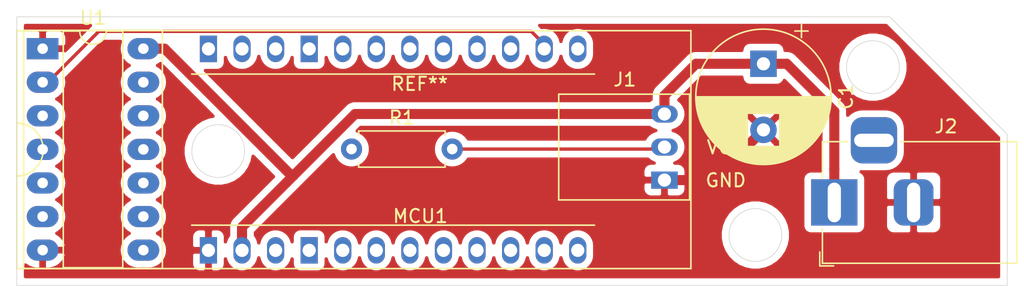
<source format=kicad_pcb>
(kicad_pcb (version 20171130) (host pcbnew "(5.1.4)-1")

  (general
    (thickness 1.6)
    (drawings 8)
    (tracks 26)
    (zones 0)
    (modules 6)
    (nets 27)
  )

  (page A4)
  (layers
    (0 F.Cu signal)
    (31 B.Cu signal)
    (32 B.Adhes user)
    (33 F.Adhes user)
    (34 B.Paste user)
    (35 F.Paste user)
    (36 B.SilkS user)
    (37 F.SilkS user)
    (38 B.Mask user)
    (39 F.Mask user)
    (40 Dwgs.User user)
    (41 Cmts.User user)
    (42 Eco1.User user)
    (43 Eco2.User user)
    (44 Edge.Cuts user)
    (45 Margin user)
    (46 B.CrtYd user)
    (47 F.CrtYd user)
    (48 B.Fab user)
    (49 F.Fab user)
  )

  (setup
    (last_trace_width 0.254)
    (user_trace_width 0.254)
    (user_trace_width 0.508)
    (user_trace_width 0.762)
    (trace_clearance 0.2)
    (zone_clearance 0.508)
    (zone_45_only no)
    (trace_min 0.2)
    (via_size 0.8)
    (via_drill 0.4)
    (via_min_size 0.4)
    (via_min_drill 0.3)
    (uvia_size 0.3)
    (uvia_drill 0.1)
    (uvias_allowed no)
    (uvia_min_size 0.2)
    (uvia_min_drill 0.1)
    (edge_width 0.05)
    (segment_width 0.2)
    (pcb_text_width 0.3)
    (pcb_text_size 1.5 1.5)
    (mod_edge_width 0.12)
    (mod_text_size 1 1)
    (mod_text_width 0.15)
    (pad_size 1.524 1.524)
    (pad_drill 0.762)
    (pad_to_mask_clearance 0.051)
    (solder_mask_min_width 0.25)
    (aux_axis_origin 0 0)
    (visible_elements FFFFFF7F)
    (pcbplotparams
      (layerselection 0x010fc_ffffffff)
      (usegerberextensions false)
      (usegerberattributes false)
      (usegerberadvancedattributes false)
      (creategerberjobfile false)
      (excludeedgelayer true)
      (linewidth 0.100000)
      (plotframeref false)
      (viasonmask false)
      (mode 1)
      (useauxorigin false)
      (hpglpennumber 1)
      (hpglpenspeed 20)
      (hpglpendiameter 15.000000)
      (psnegative false)
      (psa4output false)
      (plotreference true)
      (plotvalue true)
      (plotinvisibletext false)
      (padsonsilk false)
      (subtractmaskfromsilk false)
      (outputformat 1)
      (mirror false)
      (drillshape 1)
      (scaleselection 1)
      (outputdirectory ""))
  )

  (net 0 "")
  (net 1 "Net-(C1-Pad1)")
  (net 2 "Net-(C1-Pad2)")
  (net 3 "Net-(J1-Pad2)")
  (net 4 "Net-(MCU1-Pad26)")
  (net 5 "Net-(MCU1-Pad25)")
  (net 6 "Net-(MCU1-Pad24)")
  (net 7 "Net-(MCU1-Pad21)")
  (net 8 "Net-(MCU1-Pad20)")
  (net 9 "Net-(MCU1-Pad19)")
  (net 10 "Net-(MCU1-Pad18)")
  (net 11 "Net-(MCU1-Pad17)")
  (net 12 "Net-(MCU1-Pad16)")
  (net 13 "Net-(MCU1-Pad15)")
  (net 14 "Net-(MCU1-Pad14)")
  (net 15 "Net-(MCU1-Pad13)")
  (net 16 "Net-(MCU1-Pad12)")
  (net 17 "Net-(MCU1-Pad11)")
  (net 18 "Net-(MCU1-Pad10)")
  (net 19 "Net-(MCU1-Pad9)")
  (net 20 "Net-(MCU1-Pad8)")
  (net 21 "Net-(MCU1-Pad7)")
  (net 22 "Net-(MCU1-Pad6)")
  (net 23 "Net-(MCU1-Pad5)")
  (net 24 "Net-(MCU1-Pad4)")
  (net 25 "Net-(MCU1-Pad3)")
  (net 26 "Net-(R1-Pad1)")

  (net_class Default "This is the default net class."
    (clearance 0.2)
    (trace_width 0.25)
    (via_dia 0.8)
    (via_drill 0.4)
    (uvia_dia 0.3)
    (uvia_drill 0.1)
    (add_net "Net-(C1-Pad1)")
    (add_net "Net-(C1-Pad2)")
    (add_net "Net-(J1-Pad2)")
    (add_net "Net-(MCU1-Pad10)")
    (add_net "Net-(MCU1-Pad11)")
    (add_net "Net-(MCU1-Pad12)")
    (add_net "Net-(MCU1-Pad13)")
    (add_net "Net-(MCU1-Pad14)")
    (add_net "Net-(MCU1-Pad15)")
    (add_net "Net-(MCU1-Pad16)")
    (add_net "Net-(MCU1-Pad17)")
    (add_net "Net-(MCU1-Pad18)")
    (add_net "Net-(MCU1-Pad19)")
    (add_net "Net-(MCU1-Pad20)")
    (add_net "Net-(MCU1-Pad21)")
    (add_net "Net-(MCU1-Pad24)")
    (add_net "Net-(MCU1-Pad25)")
    (add_net "Net-(MCU1-Pad26)")
    (add_net "Net-(MCU1-Pad3)")
    (add_net "Net-(MCU1-Pad4)")
    (add_net "Net-(MCU1-Pad5)")
    (add_net "Net-(MCU1-Pad6)")
    (add_net "Net-(MCU1-Pad7)")
    (add_net "Net-(MCU1-Pad8)")
    (add_net "Net-(MCU1-Pad9)")
    (add_net "Net-(R1-Pad1)")
  )

  (module Connector_BarrelJack:BarrelJack_Horizontal (layer F.Cu) (tedit 5A1DBF6A) (tstamp 5DC618B9)
    (at 221.869 73.7362 180)
    (descr "DC Barrel Jack")
    (tags "Power Jack")
    (path /5DC55B92)
    (fp_text reference J2 (at -8.45 5.75) (layer F.SilkS)
      (effects (font (size 1 1) (thickness 0.15)))
    )
    (fp_text value Jack-DC (at -6.2 -5.5) (layer F.Fab)
      (effects (font (size 1 1) (thickness 0.15)))
    )
    (fp_text user %R (at -3 -2.95) (layer F.Fab)
      (effects (font (size 1 1) (thickness 0.15)))
    )
    (fp_line (start -0.003213 -4.505425) (end 0.8 -3.75) (layer F.Fab) (width 0.1))
    (fp_line (start 1.1 -3.75) (end 1.1 -4.8) (layer F.SilkS) (width 0.12))
    (fp_line (start 0.05 -4.8) (end 1.1 -4.8) (layer F.SilkS) (width 0.12))
    (fp_line (start 1 -4.5) (end 1 -4.75) (layer F.CrtYd) (width 0.05))
    (fp_line (start 1 -4.75) (end -14 -4.75) (layer F.CrtYd) (width 0.05))
    (fp_line (start 1 -4.5) (end 1 -2) (layer F.CrtYd) (width 0.05))
    (fp_line (start 1 -2) (end 2 -2) (layer F.CrtYd) (width 0.05))
    (fp_line (start 2 -2) (end 2 2) (layer F.CrtYd) (width 0.05))
    (fp_line (start 2 2) (end 1 2) (layer F.CrtYd) (width 0.05))
    (fp_line (start 1 2) (end 1 4.75) (layer F.CrtYd) (width 0.05))
    (fp_line (start 1 4.75) (end -1 4.75) (layer F.CrtYd) (width 0.05))
    (fp_line (start -1 4.75) (end -1 6.75) (layer F.CrtYd) (width 0.05))
    (fp_line (start -1 6.75) (end -5 6.75) (layer F.CrtYd) (width 0.05))
    (fp_line (start -5 6.75) (end -5 4.75) (layer F.CrtYd) (width 0.05))
    (fp_line (start -5 4.75) (end -14 4.75) (layer F.CrtYd) (width 0.05))
    (fp_line (start -14 4.75) (end -14 -4.75) (layer F.CrtYd) (width 0.05))
    (fp_line (start -5 4.6) (end -13.8 4.6) (layer F.SilkS) (width 0.12))
    (fp_line (start -13.8 4.6) (end -13.8 -4.6) (layer F.SilkS) (width 0.12))
    (fp_line (start 0.9 1.9) (end 0.9 4.6) (layer F.SilkS) (width 0.12))
    (fp_line (start 0.9 4.6) (end -1 4.6) (layer F.SilkS) (width 0.12))
    (fp_line (start -13.8 -4.6) (end 0.9 -4.6) (layer F.SilkS) (width 0.12))
    (fp_line (start 0.9 -4.6) (end 0.9 -2) (layer F.SilkS) (width 0.12))
    (fp_line (start -10.2 -4.5) (end -10.2 4.5) (layer F.Fab) (width 0.1))
    (fp_line (start -13.7 -4.5) (end -13.7 4.5) (layer F.Fab) (width 0.1))
    (fp_line (start -13.7 4.5) (end 0.8 4.5) (layer F.Fab) (width 0.1))
    (fp_line (start 0.8 4.5) (end 0.8 -3.75) (layer F.Fab) (width 0.1))
    (fp_line (start 0 -4.5) (end -13.7 -4.5) (layer F.Fab) (width 0.1))
    (pad 1 thru_hole rect (at 0 0 180) (size 3.5 3.5) (drill oval 1 3) (layers *.Cu *.Mask)
      (net 1 "Net-(C1-Pad1)"))
    (pad 2 thru_hole roundrect (at -6 0 180) (size 3 3.5) (drill oval 1 3) (layers *.Cu *.Mask) (roundrect_rratio 0.25)
      (net 2 "Net-(C1-Pad2)"))
    (pad 3 thru_hole roundrect (at -3 4.7 180) (size 3.5 3.5) (drill oval 3 1) (layers *.Cu *.Mask) (roundrect_rratio 0.25))
    (model ${KISYS3DMOD}/Connector_BarrelJack.3dshapes/BarrelJack_Horizontal.wrl
      (at (xyz 0 0 0))
      (scale (xyz 1 1 1))
      (rotate (xyz 0 0 0))
    )
  )

  (module ArtNetNode:Heltec_Wifi_Kit_8 (layer F.Cu) (tedit 5DC577AA) (tstamp 5DC5E522)
    (at 160.02 78.74)
    (path /5DC4EA0E)
    (fp_text reference MCU1 (at 30.53 -3.97) (layer F.SilkS)
      (effects (font (size 1 1) (thickness 0.15)))
    )
    (fp_text value WiFi_Kit_8 (at 29.21 -19.05) (layer F.Fab)
      (effects (font (size 1 1) (thickness 0.15)))
    )
    (fp_line (start 43.71 -14.715) (end 13.23 -14.715) (layer F.SilkS) (width 0.12))
    (fp_line (start 13.23 -3.285) (end 43.71 -3.285) (layer F.SilkS) (width 0.12))
    (fp_line (start 0 0) (end 51 0) (layer F.SilkS) (width 0.12))
    (fp_line (start 0 0) (end 0 -18) (layer F.SilkS) (width 0.12))
    (fp_line (start 0 -18) (end 51 -18) (layer F.SilkS) (width 0.12))
    (fp_line (start 51 0) (end 51 -18) (layer F.SilkS) (width 0.12))
    (fp_arc (start 0 -9) (end 0 -7) (angle -180) (layer F.SilkS) (width 0.12))
    (fp_text user REF** (at 30.48 -13.97) (layer F.SilkS)
      (effects (font (size 1 1) (thickness 0.15)))
    )
    (pad 26 thru_hole oval (at 32.28 -16.62) (size 1.3 2) (drill 1) (layers *.Cu *.Mask)
      (net 4 "Net-(MCU1-Pad26)"))
    (pad 25 thru_hole oval (at 34.82 -16.62) (size 1.3 2) (drill 1) (layers *.Cu *.Mask)
      (net 5 "Net-(MCU1-Pad25)"))
    (pad 24 thru_hole oval (at 29.74 -16.62) (size 1.3 2) (drill 1) (layers *.Cu *.Mask)
      (net 6 "Net-(MCU1-Pad24)"))
    (pad 21 thru_hole oval (at 17.04 -16.62) (size 1.3 2) (drill 1) (layers *.Cu *.Mask)
      (net 7 "Net-(MCU1-Pad21)"))
    (pad 20 thru_hole oval (at 19.58 -16.62) (size 1.3 2) (drill 1) (layers *.Cu *.Mask)
      (net 8 "Net-(MCU1-Pad20)"))
    (pad 19 thru_hole rect (at 22.12 -16.62) (size 1.3 2) (drill 1) (layers *.Cu *.Mask)
      (net 9 "Net-(MCU1-Pad19)"))
    (pad 18 thru_hole oval (at 27.2 -16.62) (size 1.3 2) (drill 1) (layers *.Cu *.Mask)
      (net 10 "Net-(MCU1-Pad18)"))
    (pad 17 thru_hole oval (at 24.66 -16.62) (size 1.3 2) (drill 1) (layers *.Cu *.Mask)
      (net 11 "Net-(MCU1-Pad17)"))
    (pad 16 thru_hole oval (at 24.66 -1.38) (size 1.3 2) (drill 1) (layers *.Cu *.Mask)
      (net 12 "Net-(MCU1-Pad16)"))
    (pad 15 thru_hole oval (at 27.2 -1.38) (size 1.3 2) (drill 1) (layers *.Cu *.Mask)
      (net 13 "Net-(MCU1-Pad15)"))
    (pad 14 thru_hole oval (at 39.9 -16.62) (size 1.3 2) (drill 1) (layers *.Cu *.Mask)
      (net 14 "Net-(MCU1-Pad14)"))
    (pad 13 thru_hole oval (at 29.74 -1.38) (size 1.3 2) (drill 1) (layers *.Cu *.Mask)
      (net 15 "Net-(MCU1-Pad13)"))
    (pad 12 thru_hole oval (at 32.28 -1.38) (size 1.3 2) (drill 1) (layers *.Cu *.Mask)
      (net 16 "Net-(MCU1-Pad12)"))
    (pad 11 thru_hole oval (at 42.44 -1.38) (size 1.3 2) (drill 1) (layers *.Cu *.Mask)
      (net 17 "Net-(MCU1-Pad11)"))
    (pad 10 thru_hole oval (at 34.82 -1.38) (size 1.3 2) (drill 1) (layers *.Cu *.Mask)
      (net 18 "Net-(MCU1-Pad10)"))
    (pad 9 thru_hole oval (at 42.44 -16.62) (size 1.3 2) (drill 1) (layers *.Cu *.Mask)
      (net 19 "Net-(MCU1-Pad9)"))
    (pad 8 thru_hole oval (at 39.9 -1.38) (size 1.3 2) (drill 1) (layers *.Cu *.Mask)
      (net 20 "Net-(MCU1-Pad8)"))
    (pad 7 thru_hole rect (at 14.5 -16.62) (size 1.3 2) (drill 1) (layers *.Cu *.Mask)
      (net 21 "Net-(MCU1-Pad7)"))
    (pad 6 thru_hole oval (at 37.36 -1.38) (size 1.3 2) (drill 1) (layers *.Cu *.Mask)
      (net 22 "Net-(MCU1-Pad6)"))
    (pad 5 thru_hole oval (at 37.36 -16.62) (size 1.3 2) (drill 1) (layers *.Cu *.Mask)
      (net 23 "Net-(MCU1-Pad5)"))
    (pad 4 thru_hole rect (at 22.12 -1.38) (size 1.3 2) (drill 1) (layers *.Cu *.Mask)
      (net 24 "Net-(MCU1-Pad4)"))
    (pad 3 thru_hole oval (at 19.58 -1.38) (size 1.3 2) (drill 1) (layers *.Cu *.Mask)
      (net 25 "Net-(MCU1-Pad3)"))
    (pad 2 thru_hole oval (at 17.04 -1.38) (size 1.3 2) (drill 1) (layers *.Cu *.Mask)
      (net 1 "Net-(C1-Pad1)"))
    (pad 1 thru_hole rect (at 14.5 -1.38) (size 1.3 2) (drill 1) (layers *.Cu *.Mask)
      (net 2 "Net-(C1-Pad2)"))
  )

  (module Capacitor_THT:CP_Radial_D10.0mm_P5.00mm (layer F.Cu) (tedit 5AE50EF1) (tstamp 5DC5E4CD)
    (at 216.5096 63.246 270)
    (descr "CP, Radial series, Radial, pin pitch=5.00mm, , diameter=10mm, Electrolytic Capacitor")
    (tags "CP Radial series Radial pin pitch 5.00mm  diameter 10mm Electrolytic Capacitor")
    (path /5DC690AB)
    (fp_text reference C1 (at 2.5 -6.25 90) (layer F.SilkS)
      (effects (font (size 1 1) (thickness 0.15)))
    )
    (fp_text value CP (at 2.5 6.25 90) (layer F.Fab)
      (effects (font (size 1 1) (thickness 0.15)))
    )
    (fp_circle (center 2.5 0) (end 7.5 0) (layer F.Fab) (width 0.1))
    (fp_circle (center 2.5 0) (end 7.62 0) (layer F.SilkS) (width 0.12))
    (fp_circle (center 2.5 0) (end 7.75 0) (layer F.CrtYd) (width 0.05))
    (fp_line (start -1.788861 -2.1875) (end -0.788861 -2.1875) (layer F.Fab) (width 0.1))
    (fp_line (start -1.288861 -2.6875) (end -1.288861 -1.6875) (layer F.Fab) (width 0.1))
    (fp_line (start 2.5 -5.08) (end 2.5 5.08) (layer F.SilkS) (width 0.12))
    (fp_line (start 2.54 -5.08) (end 2.54 5.08) (layer F.SilkS) (width 0.12))
    (fp_line (start 2.58 -5.08) (end 2.58 5.08) (layer F.SilkS) (width 0.12))
    (fp_line (start 2.62 -5.079) (end 2.62 5.079) (layer F.SilkS) (width 0.12))
    (fp_line (start 2.66 -5.078) (end 2.66 5.078) (layer F.SilkS) (width 0.12))
    (fp_line (start 2.7 -5.077) (end 2.7 5.077) (layer F.SilkS) (width 0.12))
    (fp_line (start 2.74 -5.075) (end 2.74 5.075) (layer F.SilkS) (width 0.12))
    (fp_line (start 2.78 -5.073) (end 2.78 5.073) (layer F.SilkS) (width 0.12))
    (fp_line (start 2.82 -5.07) (end 2.82 5.07) (layer F.SilkS) (width 0.12))
    (fp_line (start 2.86 -5.068) (end 2.86 5.068) (layer F.SilkS) (width 0.12))
    (fp_line (start 2.9 -5.065) (end 2.9 5.065) (layer F.SilkS) (width 0.12))
    (fp_line (start 2.94 -5.062) (end 2.94 5.062) (layer F.SilkS) (width 0.12))
    (fp_line (start 2.98 -5.058) (end 2.98 5.058) (layer F.SilkS) (width 0.12))
    (fp_line (start 3.02 -5.054) (end 3.02 5.054) (layer F.SilkS) (width 0.12))
    (fp_line (start 3.06 -5.05) (end 3.06 5.05) (layer F.SilkS) (width 0.12))
    (fp_line (start 3.1 -5.045) (end 3.1 5.045) (layer F.SilkS) (width 0.12))
    (fp_line (start 3.14 -5.04) (end 3.14 5.04) (layer F.SilkS) (width 0.12))
    (fp_line (start 3.18 -5.035) (end 3.18 5.035) (layer F.SilkS) (width 0.12))
    (fp_line (start 3.221 -5.03) (end 3.221 5.03) (layer F.SilkS) (width 0.12))
    (fp_line (start 3.261 -5.024) (end 3.261 5.024) (layer F.SilkS) (width 0.12))
    (fp_line (start 3.301 -5.018) (end 3.301 5.018) (layer F.SilkS) (width 0.12))
    (fp_line (start 3.341 -5.011) (end 3.341 5.011) (layer F.SilkS) (width 0.12))
    (fp_line (start 3.381 -5.004) (end 3.381 5.004) (layer F.SilkS) (width 0.12))
    (fp_line (start 3.421 -4.997) (end 3.421 4.997) (layer F.SilkS) (width 0.12))
    (fp_line (start 3.461 -4.99) (end 3.461 4.99) (layer F.SilkS) (width 0.12))
    (fp_line (start 3.501 -4.982) (end 3.501 4.982) (layer F.SilkS) (width 0.12))
    (fp_line (start 3.541 -4.974) (end 3.541 4.974) (layer F.SilkS) (width 0.12))
    (fp_line (start 3.581 -4.965) (end 3.581 4.965) (layer F.SilkS) (width 0.12))
    (fp_line (start 3.621 -4.956) (end 3.621 4.956) (layer F.SilkS) (width 0.12))
    (fp_line (start 3.661 -4.947) (end 3.661 4.947) (layer F.SilkS) (width 0.12))
    (fp_line (start 3.701 -4.938) (end 3.701 4.938) (layer F.SilkS) (width 0.12))
    (fp_line (start 3.741 -4.928) (end 3.741 4.928) (layer F.SilkS) (width 0.12))
    (fp_line (start 3.781 -4.918) (end 3.781 -1.241) (layer F.SilkS) (width 0.12))
    (fp_line (start 3.781 1.241) (end 3.781 4.918) (layer F.SilkS) (width 0.12))
    (fp_line (start 3.821 -4.907) (end 3.821 -1.241) (layer F.SilkS) (width 0.12))
    (fp_line (start 3.821 1.241) (end 3.821 4.907) (layer F.SilkS) (width 0.12))
    (fp_line (start 3.861 -4.897) (end 3.861 -1.241) (layer F.SilkS) (width 0.12))
    (fp_line (start 3.861 1.241) (end 3.861 4.897) (layer F.SilkS) (width 0.12))
    (fp_line (start 3.901 -4.885) (end 3.901 -1.241) (layer F.SilkS) (width 0.12))
    (fp_line (start 3.901 1.241) (end 3.901 4.885) (layer F.SilkS) (width 0.12))
    (fp_line (start 3.941 -4.874) (end 3.941 -1.241) (layer F.SilkS) (width 0.12))
    (fp_line (start 3.941 1.241) (end 3.941 4.874) (layer F.SilkS) (width 0.12))
    (fp_line (start 3.981 -4.862) (end 3.981 -1.241) (layer F.SilkS) (width 0.12))
    (fp_line (start 3.981 1.241) (end 3.981 4.862) (layer F.SilkS) (width 0.12))
    (fp_line (start 4.021 -4.85) (end 4.021 -1.241) (layer F.SilkS) (width 0.12))
    (fp_line (start 4.021 1.241) (end 4.021 4.85) (layer F.SilkS) (width 0.12))
    (fp_line (start 4.061 -4.837) (end 4.061 -1.241) (layer F.SilkS) (width 0.12))
    (fp_line (start 4.061 1.241) (end 4.061 4.837) (layer F.SilkS) (width 0.12))
    (fp_line (start 4.101 -4.824) (end 4.101 -1.241) (layer F.SilkS) (width 0.12))
    (fp_line (start 4.101 1.241) (end 4.101 4.824) (layer F.SilkS) (width 0.12))
    (fp_line (start 4.141 -4.811) (end 4.141 -1.241) (layer F.SilkS) (width 0.12))
    (fp_line (start 4.141 1.241) (end 4.141 4.811) (layer F.SilkS) (width 0.12))
    (fp_line (start 4.181 -4.797) (end 4.181 -1.241) (layer F.SilkS) (width 0.12))
    (fp_line (start 4.181 1.241) (end 4.181 4.797) (layer F.SilkS) (width 0.12))
    (fp_line (start 4.221 -4.783) (end 4.221 -1.241) (layer F.SilkS) (width 0.12))
    (fp_line (start 4.221 1.241) (end 4.221 4.783) (layer F.SilkS) (width 0.12))
    (fp_line (start 4.261 -4.768) (end 4.261 -1.241) (layer F.SilkS) (width 0.12))
    (fp_line (start 4.261 1.241) (end 4.261 4.768) (layer F.SilkS) (width 0.12))
    (fp_line (start 4.301 -4.754) (end 4.301 -1.241) (layer F.SilkS) (width 0.12))
    (fp_line (start 4.301 1.241) (end 4.301 4.754) (layer F.SilkS) (width 0.12))
    (fp_line (start 4.341 -4.738) (end 4.341 -1.241) (layer F.SilkS) (width 0.12))
    (fp_line (start 4.341 1.241) (end 4.341 4.738) (layer F.SilkS) (width 0.12))
    (fp_line (start 4.381 -4.723) (end 4.381 -1.241) (layer F.SilkS) (width 0.12))
    (fp_line (start 4.381 1.241) (end 4.381 4.723) (layer F.SilkS) (width 0.12))
    (fp_line (start 4.421 -4.707) (end 4.421 -1.241) (layer F.SilkS) (width 0.12))
    (fp_line (start 4.421 1.241) (end 4.421 4.707) (layer F.SilkS) (width 0.12))
    (fp_line (start 4.461 -4.69) (end 4.461 -1.241) (layer F.SilkS) (width 0.12))
    (fp_line (start 4.461 1.241) (end 4.461 4.69) (layer F.SilkS) (width 0.12))
    (fp_line (start 4.501 -4.674) (end 4.501 -1.241) (layer F.SilkS) (width 0.12))
    (fp_line (start 4.501 1.241) (end 4.501 4.674) (layer F.SilkS) (width 0.12))
    (fp_line (start 4.541 -4.657) (end 4.541 -1.241) (layer F.SilkS) (width 0.12))
    (fp_line (start 4.541 1.241) (end 4.541 4.657) (layer F.SilkS) (width 0.12))
    (fp_line (start 4.581 -4.639) (end 4.581 -1.241) (layer F.SilkS) (width 0.12))
    (fp_line (start 4.581 1.241) (end 4.581 4.639) (layer F.SilkS) (width 0.12))
    (fp_line (start 4.621 -4.621) (end 4.621 -1.241) (layer F.SilkS) (width 0.12))
    (fp_line (start 4.621 1.241) (end 4.621 4.621) (layer F.SilkS) (width 0.12))
    (fp_line (start 4.661 -4.603) (end 4.661 -1.241) (layer F.SilkS) (width 0.12))
    (fp_line (start 4.661 1.241) (end 4.661 4.603) (layer F.SilkS) (width 0.12))
    (fp_line (start 4.701 -4.584) (end 4.701 -1.241) (layer F.SilkS) (width 0.12))
    (fp_line (start 4.701 1.241) (end 4.701 4.584) (layer F.SilkS) (width 0.12))
    (fp_line (start 4.741 -4.564) (end 4.741 -1.241) (layer F.SilkS) (width 0.12))
    (fp_line (start 4.741 1.241) (end 4.741 4.564) (layer F.SilkS) (width 0.12))
    (fp_line (start 4.781 -4.545) (end 4.781 -1.241) (layer F.SilkS) (width 0.12))
    (fp_line (start 4.781 1.241) (end 4.781 4.545) (layer F.SilkS) (width 0.12))
    (fp_line (start 4.821 -4.525) (end 4.821 -1.241) (layer F.SilkS) (width 0.12))
    (fp_line (start 4.821 1.241) (end 4.821 4.525) (layer F.SilkS) (width 0.12))
    (fp_line (start 4.861 -4.504) (end 4.861 -1.241) (layer F.SilkS) (width 0.12))
    (fp_line (start 4.861 1.241) (end 4.861 4.504) (layer F.SilkS) (width 0.12))
    (fp_line (start 4.901 -4.483) (end 4.901 -1.241) (layer F.SilkS) (width 0.12))
    (fp_line (start 4.901 1.241) (end 4.901 4.483) (layer F.SilkS) (width 0.12))
    (fp_line (start 4.941 -4.462) (end 4.941 -1.241) (layer F.SilkS) (width 0.12))
    (fp_line (start 4.941 1.241) (end 4.941 4.462) (layer F.SilkS) (width 0.12))
    (fp_line (start 4.981 -4.44) (end 4.981 -1.241) (layer F.SilkS) (width 0.12))
    (fp_line (start 4.981 1.241) (end 4.981 4.44) (layer F.SilkS) (width 0.12))
    (fp_line (start 5.021 -4.417) (end 5.021 -1.241) (layer F.SilkS) (width 0.12))
    (fp_line (start 5.021 1.241) (end 5.021 4.417) (layer F.SilkS) (width 0.12))
    (fp_line (start 5.061 -4.395) (end 5.061 -1.241) (layer F.SilkS) (width 0.12))
    (fp_line (start 5.061 1.241) (end 5.061 4.395) (layer F.SilkS) (width 0.12))
    (fp_line (start 5.101 -4.371) (end 5.101 -1.241) (layer F.SilkS) (width 0.12))
    (fp_line (start 5.101 1.241) (end 5.101 4.371) (layer F.SilkS) (width 0.12))
    (fp_line (start 5.141 -4.347) (end 5.141 -1.241) (layer F.SilkS) (width 0.12))
    (fp_line (start 5.141 1.241) (end 5.141 4.347) (layer F.SilkS) (width 0.12))
    (fp_line (start 5.181 -4.323) (end 5.181 -1.241) (layer F.SilkS) (width 0.12))
    (fp_line (start 5.181 1.241) (end 5.181 4.323) (layer F.SilkS) (width 0.12))
    (fp_line (start 5.221 -4.298) (end 5.221 -1.241) (layer F.SilkS) (width 0.12))
    (fp_line (start 5.221 1.241) (end 5.221 4.298) (layer F.SilkS) (width 0.12))
    (fp_line (start 5.261 -4.273) (end 5.261 -1.241) (layer F.SilkS) (width 0.12))
    (fp_line (start 5.261 1.241) (end 5.261 4.273) (layer F.SilkS) (width 0.12))
    (fp_line (start 5.301 -4.247) (end 5.301 -1.241) (layer F.SilkS) (width 0.12))
    (fp_line (start 5.301 1.241) (end 5.301 4.247) (layer F.SilkS) (width 0.12))
    (fp_line (start 5.341 -4.221) (end 5.341 -1.241) (layer F.SilkS) (width 0.12))
    (fp_line (start 5.341 1.241) (end 5.341 4.221) (layer F.SilkS) (width 0.12))
    (fp_line (start 5.381 -4.194) (end 5.381 -1.241) (layer F.SilkS) (width 0.12))
    (fp_line (start 5.381 1.241) (end 5.381 4.194) (layer F.SilkS) (width 0.12))
    (fp_line (start 5.421 -4.166) (end 5.421 -1.241) (layer F.SilkS) (width 0.12))
    (fp_line (start 5.421 1.241) (end 5.421 4.166) (layer F.SilkS) (width 0.12))
    (fp_line (start 5.461 -4.138) (end 5.461 -1.241) (layer F.SilkS) (width 0.12))
    (fp_line (start 5.461 1.241) (end 5.461 4.138) (layer F.SilkS) (width 0.12))
    (fp_line (start 5.501 -4.11) (end 5.501 -1.241) (layer F.SilkS) (width 0.12))
    (fp_line (start 5.501 1.241) (end 5.501 4.11) (layer F.SilkS) (width 0.12))
    (fp_line (start 5.541 -4.08) (end 5.541 -1.241) (layer F.SilkS) (width 0.12))
    (fp_line (start 5.541 1.241) (end 5.541 4.08) (layer F.SilkS) (width 0.12))
    (fp_line (start 5.581 -4.05) (end 5.581 -1.241) (layer F.SilkS) (width 0.12))
    (fp_line (start 5.581 1.241) (end 5.581 4.05) (layer F.SilkS) (width 0.12))
    (fp_line (start 5.621 -4.02) (end 5.621 -1.241) (layer F.SilkS) (width 0.12))
    (fp_line (start 5.621 1.241) (end 5.621 4.02) (layer F.SilkS) (width 0.12))
    (fp_line (start 5.661 -3.989) (end 5.661 -1.241) (layer F.SilkS) (width 0.12))
    (fp_line (start 5.661 1.241) (end 5.661 3.989) (layer F.SilkS) (width 0.12))
    (fp_line (start 5.701 -3.957) (end 5.701 -1.241) (layer F.SilkS) (width 0.12))
    (fp_line (start 5.701 1.241) (end 5.701 3.957) (layer F.SilkS) (width 0.12))
    (fp_line (start 5.741 -3.925) (end 5.741 -1.241) (layer F.SilkS) (width 0.12))
    (fp_line (start 5.741 1.241) (end 5.741 3.925) (layer F.SilkS) (width 0.12))
    (fp_line (start 5.781 -3.892) (end 5.781 -1.241) (layer F.SilkS) (width 0.12))
    (fp_line (start 5.781 1.241) (end 5.781 3.892) (layer F.SilkS) (width 0.12))
    (fp_line (start 5.821 -3.858) (end 5.821 -1.241) (layer F.SilkS) (width 0.12))
    (fp_line (start 5.821 1.241) (end 5.821 3.858) (layer F.SilkS) (width 0.12))
    (fp_line (start 5.861 -3.824) (end 5.861 -1.241) (layer F.SilkS) (width 0.12))
    (fp_line (start 5.861 1.241) (end 5.861 3.824) (layer F.SilkS) (width 0.12))
    (fp_line (start 5.901 -3.789) (end 5.901 -1.241) (layer F.SilkS) (width 0.12))
    (fp_line (start 5.901 1.241) (end 5.901 3.789) (layer F.SilkS) (width 0.12))
    (fp_line (start 5.941 -3.753) (end 5.941 -1.241) (layer F.SilkS) (width 0.12))
    (fp_line (start 5.941 1.241) (end 5.941 3.753) (layer F.SilkS) (width 0.12))
    (fp_line (start 5.981 -3.716) (end 5.981 -1.241) (layer F.SilkS) (width 0.12))
    (fp_line (start 5.981 1.241) (end 5.981 3.716) (layer F.SilkS) (width 0.12))
    (fp_line (start 6.021 -3.679) (end 6.021 -1.241) (layer F.SilkS) (width 0.12))
    (fp_line (start 6.021 1.241) (end 6.021 3.679) (layer F.SilkS) (width 0.12))
    (fp_line (start 6.061 -3.64) (end 6.061 -1.241) (layer F.SilkS) (width 0.12))
    (fp_line (start 6.061 1.241) (end 6.061 3.64) (layer F.SilkS) (width 0.12))
    (fp_line (start 6.101 -3.601) (end 6.101 -1.241) (layer F.SilkS) (width 0.12))
    (fp_line (start 6.101 1.241) (end 6.101 3.601) (layer F.SilkS) (width 0.12))
    (fp_line (start 6.141 -3.561) (end 6.141 -1.241) (layer F.SilkS) (width 0.12))
    (fp_line (start 6.141 1.241) (end 6.141 3.561) (layer F.SilkS) (width 0.12))
    (fp_line (start 6.181 -3.52) (end 6.181 -1.241) (layer F.SilkS) (width 0.12))
    (fp_line (start 6.181 1.241) (end 6.181 3.52) (layer F.SilkS) (width 0.12))
    (fp_line (start 6.221 -3.478) (end 6.221 -1.241) (layer F.SilkS) (width 0.12))
    (fp_line (start 6.221 1.241) (end 6.221 3.478) (layer F.SilkS) (width 0.12))
    (fp_line (start 6.261 -3.436) (end 6.261 3.436) (layer F.SilkS) (width 0.12))
    (fp_line (start 6.301 -3.392) (end 6.301 3.392) (layer F.SilkS) (width 0.12))
    (fp_line (start 6.341 -3.347) (end 6.341 3.347) (layer F.SilkS) (width 0.12))
    (fp_line (start 6.381 -3.301) (end 6.381 3.301) (layer F.SilkS) (width 0.12))
    (fp_line (start 6.421 -3.254) (end 6.421 3.254) (layer F.SilkS) (width 0.12))
    (fp_line (start 6.461 -3.206) (end 6.461 3.206) (layer F.SilkS) (width 0.12))
    (fp_line (start 6.501 -3.156) (end 6.501 3.156) (layer F.SilkS) (width 0.12))
    (fp_line (start 6.541 -3.106) (end 6.541 3.106) (layer F.SilkS) (width 0.12))
    (fp_line (start 6.581 -3.054) (end 6.581 3.054) (layer F.SilkS) (width 0.12))
    (fp_line (start 6.621 -3) (end 6.621 3) (layer F.SilkS) (width 0.12))
    (fp_line (start 6.661 -2.945) (end 6.661 2.945) (layer F.SilkS) (width 0.12))
    (fp_line (start 6.701 -2.889) (end 6.701 2.889) (layer F.SilkS) (width 0.12))
    (fp_line (start 6.741 -2.83) (end 6.741 2.83) (layer F.SilkS) (width 0.12))
    (fp_line (start 6.781 -2.77) (end 6.781 2.77) (layer F.SilkS) (width 0.12))
    (fp_line (start 6.821 -2.709) (end 6.821 2.709) (layer F.SilkS) (width 0.12))
    (fp_line (start 6.861 -2.645) (end 6.861 2.645) (layer F.SilkS) (width 0.12))
    (fp_line (start 6.901 -2.579) (end 6.901 2.579) (layer F.SilkS) (width 0.12))
    (fp_line (start 6.941 -2.51) (end 6.941 2.51) (layer F.SilkS) (width 0.12))
    (fp_line (start 6.981 -2.439) (end 6.981 2.439) (layer F.SilkS) (width 0.12))
    (fp_line (start 7.021 -2.365) (end 7.021 2.365) (layer F.SilkS) (width 0.12))
    (fp_line (start 7.061 -2.289) (end 7.061 2.289) (layer F.SilkS) (width 0.12))
    (fp_line (start 7.101 -2.209) (end 7.101 2.209) (layer F.SilkS) (width 0.12))
    (fp_line (start 7.141 -2.125) (end 7.141 2.125) (layer F.SilkS) (width 0.12))
    (fp_line (start 7.181 -2.037) (end 7.181 2.037) (layer F.SilkS) (width 0.12))
    (fp_line (start 7.221 -1.944) (end 7.221 1.944) (layer F.SilkS) (width 0.12))
    (fp_line (start 7.261 -1.846) (end 7.261 1.846) (layer F.SilkS) (width 0.12))
    (fp_line (start 7.301 -1.742) (end 7.301 1.742) (layer F.SilkS) (width 0.12))
    (fp_line (start 7.341 -1.63) (end 7.341 1.63) (layer F.SilkS) (width 0.12))
    (fp_line (start 7.381 -1.51) (end 7.381 1.51) (layer F.SilkS) (width 0.12))
    (fp_line (start 7.421 -1.378) (end 7.421 1.378) (layer F.SilkS) (width 0.12))
    (fp_line (start 7.461 -1.23) (end 7.461 1.23) (layer F.SilkS) (width 0.12))
    (fp_line (start 7.501 -1.062) (end 7.501 1.062) (layer F.SilkS) (width 0.12))
    (fp_line (start 7.541 -0.862) (end 7.541 0.862) (layer F.SilkS) (width 0.12))
    (fp_line (start 7.581 -0.599) (end 7.581 0.599) (layer F.SilkS) (width 0.12))
    (fp_line (start -2.979646 -2.875) (end -1.979646 -2.875) (layer F.SilkS) (width 0.12))
    (fp_line (start -2.479646 -3.375) (end -2.479646 -2.375) (layer F.SilkS) (width 0.12))
    (fp_text user %R (at 2.5 0 90) (layer F.Fab)
      (effects (font (size 1 1) (thickness 0.15)))
    )
    (pad 1 thru_hole rect (at 0 0 270) (size 2 2) (drill 1) (layers *.Cu *.Mask)
      (net 1 "Net-(C1-Pad1)"))
    (pad 2 thru_hole circle (at 5 0 270) (size 2 2) (drill 1) (layers *.Cu *.Mask)
      (net 2 "Net-(C1-Pad2)"))
    (model ${KISYS3DMOD}/Capacitor_THT.3dshapes/CP_Radial_D10.0mm_P5.00mm.wrl
      (at (xyz 0 0 0))
      (scale (xyz 1 1 1))
      (rotate (xyz 0 0 0))
    )
  )

  (module ArtNetNode:GRUNDGEHAEUSE_PTSM_0_5__3_HHI_2_5_THR (layer F.Cu) (tedit 5DC570B5) (tstamp 5DC5E4DB)
    (at 206.0194 69.5452)
    (path /5DC450C7)
    (fp_text reference J1 (at 0 -5.1) (layer F.SilkS)
      (effects (font (size 1 1) (thickness 0.15)))
    )
    (fp_text value Conn_01x03 (at 1 5.6 180) (layer F.Fab)
      (effects (font (size 1 1) (thickness 0.15)))
    )
    (fp_text user 5V (at 7.64 -2.48 180) (layer F.SilkS)
      (effects (font (size 1 1) (thickness 0.15)))
    )
    (fp_text user VCC (at 7.64 0.02 180) (layer F.SilkS)
      (effects (font (size 1 1) (thickness 0.15)))
    )
    (fp_text user GND (at 7.64 2.52 180) (layer F.SilkS)
      (effects (font (size 1 1) (thickness 0.15)))
    )
    (fp_line (start 4.9 4) (end 4.9 -4) (layer F.SilkS) (width 0.12))
    (fp_line (start 4.9 4) (end -5 4) (layer F.SilkS) (width 0.12))
    (fp_line (start 4.9 -4) (end -5 -4) (layer F.SilkS) (width 0.12))
    (fp_line (start -5 -4) (end -5 4) (layer F.SilkS) (width 0.12))
    (pad 2 thru_hole oval (at 3 0 270) (size 1.3 2) (drill 1) (layers *.Cu *.Mask)
      (net 3 "Net-(J1-Pad2)"))
    (pad 1 thru_hole oval (at 3 -2.5 270) (size 1.3 2) (drill 1) (layers *.Cu *.Mask)
      (net 1 "Net-(C1-Pad1)"))
    (pad 3 thru_hole rect (at 3 2.5 270) (size 1.3 2) (drill 1) (layers *.Cu *.Mask)
      (net 2 "Net-(C1-Pad2)"))
  )

  (module Resistor_THT:R_Axial_DIN0207_L6.3mm_D2.5mm_P7.62mm_Horizontal (layer F.Cu) (tedit 5AE5139B) (tstamp 5DC5F723)
    (at 185.3438 69.6976)
    (descr "Resistor, Axial_DIN0207 series, Axial, Horizontal, pin pitch=7.62mm, 0.25W = 1/4W, length*diameter=6.3*2.5mm^2, http://cdn-reichelt.de/documents/datenblatt/B400/1_4W%23YAG.pdf")
    (tags "Resistor Axial_DIN0207 series Axial Horizontal pin pitch 7.62mm 0.25W = 1/4W length 6.3mm diameter 2.5mm")
    (path /5DC46D07)
    (fp_text reference R1 (at 3.81 -2.37) (layer F.SilkS)
      (effects (font (size 1 1) (thickness 0.15)))
    )
    (fp_text value 220 (at 3.81 2.37) (layer F.Fab)
      (effects (font (size 1 1) (thickness 0.15)))
    )
    (fp_line (start 0.66 -1.25) (end 0.66 1.25) (layer F.Fab) (width 0.1))
    (fp_line (start 0.66 1.25) (end 6.96 1.25) (layer F.Fab) (width 0.1))
    (fp_line (start 6.96 1.25) (end 6.96 -1.25) (layer F.Fab) (width 0.1))
    (fp_line (start 6.96 -1.25) (end 0.66 -1.25) (layer F.Fab) (width 0.1))
    (fp_line (start 0 0) (end 0.66 0) (layer F.Fab) (width 0.1))
    (fp_line (start 7.62 0) (end 6.96 0) (layer F.Fab) (width 0.1))
    (fp_line (start 0.54 -1.04) (end 0.54 -1.37) (layer F.SilkS) (width 0.12))
    (fp_line (start 0.54 -1.37) (end 7.08 -1.37) (layer F.SilkS) (width 0.12))
    (fp_line (start 7.08 -1.37) (end 7.08 -1.04) (layer F.SilkS) (width 0.12))
    (fp_line (start 0.54 1.04) (end 0.54 1.37) (layer F.SilkS) (width 0.12))
    (fp_line (start 0.54 1.37) (end 7.08 1.37) (layer F.SilkS) (width 0.12))
    (fp_line (start 7.08 1.37) (end 7.08 1.04) (layer F.SilkS) (width 0.12))
    (fp_line (start -1.05 -1.5) (end -1.05 1.5) (layer F.CrtYd) (width 0.05))
    (fp_line (start -1.05 1.5) (end 8.67 1.5) (layer F.CrtYd) (width 0.05))
    (fp_line (start 8.67 1.5) (end 8.67 -1.5) (layer F.CrtYd) (width 0.05))
    (fp_line (start 8.67 -1.5) (end -1.05 -1.5) (layer F.CrtYd) (width 0.05))
    (fp_text user %R (at 4.208199 -0.191001) (layer F.Fab)
      (effects (font (size 1 1) (thickness 0.15)))
    )
    (pad 1 thru_hole circle (at 0 0) (size 1.6 1.6) (drill 0.8) (layers *.Cu *.Mask)
      (net 26 "Net-(R1-Pad1)"))
    (pad 2 thru_hole oval (at 7.62 0) (size 1.6 1.6) (drill 0.8) (layers *.Cu *.Mask)
      (net 3 "Net-(J1-Pad2)"))
    (model ${KISYS3DMOD}/Resistor_THT.3dshapes/R_Axial_DIN0207_L6.3mm_D2.5mm_P7.62mm_Horizontal.wrl
      (at (xyz 0 0 0))
      (scale (xyz 1 1 1))
      (rotate (xyz 0 0 0))
    )
  )

  (module Package_DIP:DIP-14_W7.62mm_Socket_LongPads (layer F.Cu) (tedit 5A02E8C5) (tstamp 5DC61B86)
    (at 161.9758 62.103)
    (descr "14-lead though-hole mounted DIP package, row spacing 7.62 mm (300 mils), Socket, LongPads")
    (tags "THT DIP DIL PDIP 2.54mm 7.62mm 300mil Socket LongPads")
    (path /5DC484B8)
    (fp_text reference U1 (at 3.81 -2.33) (layer F.SilkS)
      (effects (font (size 1 1) (thickness 0.15)))
    )
    (fp_text value 74AHCT125 (at 3.81 17.57) (layer F.Fab)
      (effects (font (size 1 1) (thickness 0.15)))
    )
    (fp_arc (start 3.81 -1.33) (end 2.81 -1.33) (angle -180) (layer F.SilkS) (width 0.12))
    (fp_line (start 1.635 -1.27) (end 6.985 -1.27) (layer F.Fab) (width 0.1))
    (fp_line (start 6.985 -1.27) (end 6.985 16.51) (layer F.Fab) (width 0.1))
    (fp_line (start 6.985 16.51) (end 0.635 16.51) (layer F.Fab) (width 0.1))
    (fp_line (start 0.635 16.51) (end 0.635 -0.27) (layer F.Fab) (width 0.1))
    (fp_line (start 0.635 -0.27) (end 1.635 -1.27) (layer F.Fab) (width 0.1))
    (fp_line (start -1.27 -1.33) (end -1.27 16.57) (layer F.Fab) (width 0.1))
    (fp_line (start -1.27 16.57) (end 8.89 16.57) (layer F.Fab) (width 0.1))
    (fp_line (start 8.89 16.57) (end 8.89 -1.33) (layer F.Fab) (width 0.1))
    (fp_line (start 8.89 -1.33) (end -1.27 -1.33) (layer F.Fab) (width 0.1))
    (fp_line (start 2.81 -1.33) (end 1.56 -1.33) (layer F.SilkS) (width 0.12))
    (fp_line (start 1.56 -1.33) (end 1.56 16.57) (layer F.SilkS) (width 0.12))
    (fp_line (start 1.56 16.57) (end 6.06 16.57) (layer F.SilkS) (width 0.12))
    (fp_line (start 6.06 16.57) (end 6.06 -1.33) (layer F.SilkS) (width 0.12))
    (fp_line (start 6.06 -1.33) (end 4.81 -1.33) (layer F.SilkS) (width 0.12))
    (fp_line (start -1.44 -1.39) (end -1.44 16.63) (layer F.SilkS) (width 0.12))
    (fp_line (start -1.44 16.63) (end 9.06 16.63) (layer F.SilkS) (width 0.12))
    (fp_line (start 9.06 16.63) (end 9.06 -1.39) (layer F.SilkS) (width 0.12))
    (fp_line (start 9.06 -1.39) (end -1.44 -1.39) (layer F.SilkS) (width 0.12))
    (fp_line (start -1.55 -1.6) (end -1.55 16.85) (layer F.CrtYd) (width 0.05))
    (fp_line (start -1.55 16.85) (end 9.15 16.85) (layer F.CrtYd) (width 0.05))
    (fp_line (start 9.15 16.85) (end 9.15 -1.6) (layer F.CrtYd) (width 0.05))
    (fp_line (start 9.15 -1.6) (end -1.55 -1.6) (layer F.CrtYd) (width 0.05))
    (fp_text user %R (at 4.026999 7.62) (layer F.Fab)
      (effects (font (size 1 1) (thickness 0.15)))
    )
    (pad 1 thru_hole rect (at 0 0) (size 2.4 1.6) (drill 0.8) (layers *.Cu *.Mask)
      (net 2 "Net-(C1-Pad2)"))
    (pad 8 thru_hole oval (at 7.62 15.24) (size 2.4 1.6) (drill 0.8) (layers *.Cu *.Mask))
    (pad 2 thru_hole oval (at 0 2.54) (size 2.4 1.6) (drill 0.8) (layers *.Cu *.Mask)
      (net 14 "Net-(MCU1-Pad14)"))
    (pad 9 thru_hole oval (at 7.62 12.7) (size 2.4 1.6) (drill 0.8) (layers *.Cu *.Mask))
    (pad 3 thru_hole oval (at 0 5.08) (size 2.4 1.6) (drill 0.8) (layers *.Cu *.Mask)
      (net 26 "Net-(R1-Pad1)"))
    (pad 10 thru_hole oval (at 7.62 10.16) (size 2.4 1.6) (drill 0.8) (layers *.Cu *.Mask))
    (pad 4 thru_hole oval (at 0 7.62) (size 2.4 1.6) (drill 0.8) (layers *.Cu *.Mask))
    (pad 11 thru_hole oval (at 7.62 7.62) (size 2.4 1.6) (drill 0.8) (layers *.Cu *.Mask))
    (pad 5 thru_hole oval (at 0 10.16) (size 2.4 1.6) (drill 0.8) (layers *.Cu *.Mask))
    (pad 12 thru_hole oval (at 7.62 5.08) (size 2.4 1.6) (drill 0.8) (layers *.Cu *.Mask))
    (pad 6 thru_hole oval (at 0 12.7) (size 2.4 1.6) (drill 0.8) (layers *.Cu *.Mask))
    (pad 13 thru_hole oval (at 7.62 2.54) (size 2.4 1.6) (drill 0.8) (layers *.Cu *.Mask))
    (pad 7 thru_hole oval (at 0 15.24) (size 2.4 1.6) (drill 0.8) (layers *.Cu *.Mask)
      (net 2 "Net-(C1-Pad2)"))
    (pad 14 thru_hole oval (at 7.62 0) (size 2.4 1.6) (drill 0.8) (layers *.Cu *.Mask)
      (net 1 "Net-(C1-Pad1)"))
    (model ${KISYS3DMOD}/Package_DIP.3dshapes/DIP-14_W7.62mm_Socket.wrl
      (at (xyz 0 0 0))
      (scale (xyz 1 1 1))
      (rotate (xyz 0 0 0))
    )
  )

  (gr_circle (center 175.26 69.85) (end 177.26 69.85) (layer Edge.Cuts) (width 0.05) (tstamp 5DC61C1C))
  (gr_circle (center 224.79 63.5) (end 226.79 63.5) (layer Edge.Cuts) (width 0.05) (tstamp 5DC61C1C))
  (gr_circle (center 215.9 76.2) (end 217.9 76.2) (layer Edge.Cuts) (width 0.05) (tstamp 5DC61C03))
  (gr_line (start 160.02 59.69) (end 226.06 59.69) (layer Edge.Cuts) (width 0.05) (tstamp 5DC61BEC))
  (gr_line (start 234.95 68.58) (end 234.95 80.01) (layer Edge.Cuts) (width 0.05) (tstamp 5DC61BEB))
  (gr_line (start 234.95 68.58) (end 226.06 59.69) (layer Edge.Cuts) (width 0.05))
  (gr_line (start 160.02 80.01) (end 160.02 59.69) (layer Edge.Cuts) (width 0.05) (tstamp 5DC61BD8))
  (gr_line (start 234.95 80.01) (end 160.02 80.01) (layer Edge.Cuts) (width 0.05))

  (segment (start 209.0848 66.9798) (end 209.0194 67.0452) (width 0.762) (layer F.Cu) (net 1))
  (segment (start 177.06 75.598) (end 177.06 77.36) (width 0.762) (layer F.Cu) (net 1))
  (segment (start 209.0194 67.0452) (end 185.6128 67.0452) (width 0.762) (layer F.Cu) (net 1))
  (segment (start 169.9958 62.103) (end 169.5958 62.103) (width 0.762) (layer F.Cu) (net 1))
  (segment (start 180.431 72.227) (end 177.06 75.598) (width 0.762) (layer F.Cu) (net 1))
  (segment (start 209.0194 65.6332) (end 209.0194 67.0452) (width 0.762) (layer F.Cu) (net 1))
  (segment (start 211.4066 63.246) (end 209.0194 65.6332) (width 0.762) (layer F.Cu) (net 1))
  (segment (start 216.5096 63.246) (end 211.4066 63.246) (width 0.762) (layer F.Cu) (net 1))
  (segment (start 221.869 71.2242) (end 221.869 73.7362) (width 0.762) (layer F.Cu) (net 1))
  (segment (start 221.869 66.8434) (end 221.869 71.2242) (width 0.762) (layer F.Cu) (net 1))
  (segment (start 218.2716 63.246) (end 221.869 66.8434) (width 0.762) (layer F.Cu) (net 1))
  (segment (start 216.5096 63.246) (end 218.2716 63.246) (width 0.762) (layer F.Cu) (net 1))
  (segment (start 180.814471 71.719) (end 180.939 71.719) (width 0.762) (layer F.Cu) (net 1))
  (segment (start 171.198471 62.103) (end 180.814471 71.719) (width 0.762) (layer F.Cu) (net 1))
  (segment (start 169.5958 62.103) (end 171.198471 62.103) (width 0.762) (layer F.Cu) (net 1))
  (segment (start 185.6128 67.0452) (end 180.939 71.719) (width 0.762) (layer F.Cu) (net 1))
  (segment (start 180.939 71.719) (end 180.431 72.227) (width 0.762) (layer F.Cu) (net 1))
  (segment (start 212.7104 72.0452) (end 216.5096 68.246) (width 0.762) (layer F.Cu) (net 2))
  (segment (start 209.0194 72.0452) (end 212.7104 72.0452) (width 0.762) (layer F.Cu) (net 2))
  (segment (start 208.867 69.6976) (end 209.0194 69.5452) (width 0.254) (layer F.Cu) (net 3))
  (segment (start 192.9638 69.6976) (end 208.867 69.6976) (width 0.254) (layer F.Cu) (net 3))
  (segment (start 162.3758 64.643) (end 161.9758 64.643) (width 0.254) (layer F.Cu) (net 14))
  (segment (start 166.225801 60.792999) (end 162.3758 64.643) (width 0.254) (layer F.Cu) (net 14))
  (segment (start 198.942999 60.792999) (end 166.225801 60.792999) (width 0.254) (layer F.Cu) (net 14))
  (segment (start 199.92 61.77) (end 198.942999 60.792999) (width 0.254) (layer F.Cu) (net 14))
  (segment (start 199.92 62.12) (end 199.92 61.77) (width 0.254) (layer F.Cu) (net 14))

  (zone (net 2) (net_name "Net-(C1-Pad2)") (layer F.Cu) (tstamp 0) (hatch edge 0.508)
    (connect_pads (clearance 0.508))
    (min_thickness 0.254)
    (fill yes (arc_segments 32) (thermal_gap 0.508) (thermal_bridge_width 0.508))
    (polygon
      (pts
        (xy 226.06 58.42) (xy 236.22 68.58) (xy 236.22 81.28) (xy 158.75 81.28) (xy 158.75 58.42)
      )
    )
    (filled_polygon
      (pts
        (xy 234.29 68.853381) (xy 234.290001 79.35) (xy 160.68 79.35) (xy 160.68 78.470204) (xy 160.909317 78.620166)
        (xy 161.171286 78.72565) (xy 161.4488 78.778) (xy 161.8488 78.778) (xy 161.8488 77.47) (xy 162.1028 77.47)
        (xy 162.1028 78.778) (xy 162.5028 78.778) (xy 162.780314 78.72565) (xy 163.042283 78.620166) (xy 163.278639 78.465601)
        (xy 163.4803 78.267895) (xy 163.639515 78.034646) (xy 163.750167 77.774818) (xy 163.767704 77.692039) (xy 163.645715 77.47)
        (xy 162.1028 77.47) (xy 161.8488 77.47) (xy 161.8288 77.47) (xy 161.8288 77.216) (xy 161.8488 77.216)
        (xy 161.8488 77.196) (xy 162.1028 77.196) (xy 162.1028 77.216) (xy 163.645715 77.216) (xy 163.767704 76.993961)
        (xy 163.750167 76.911182) (xy 163.639515 76.651354) (xy 163.4803 76.418105) (xy 163.278639 76.220399) (xy 163.049059 76.070265)
        (xy 163.176901 76.001932) (xy 163.395408 75.822608) (xy 163.574732 75.604101) (xy 163.707982 75.354808) (xy 163.790036 75.084309)
        (xy 163.817743 74.803) (xy 163.790036 74.521691) (xy 163.707982 74.251192) (xy 163.574732 74.001899) (xy 163.395408 73.783392)
        (xy 163.176901 73.604068) (xy 163.043942 73.533) (xy 163.176901 73.461932) (xy 163.395408 73.282608) (xy 163.574732 73.064101)
        (xy 163.707982 72.814808) (xy 163.790036 72.544309) (xy 163.817743 72.263) (xy 163.790036 71.981691) (xy 163.707982 71.711192)
        (xy 163.574732 71.461899) (xy 163.395408 71.243392) (xy 163.176901 71.064068) (xy 163.043942 70.993) (xy 163.176901 70.921932)
        (xy 163.395408 70.742608) (xy 163.574732 70.524101) (xy 163.707982 70.274808) (xy 163.790036 70.004309) (xy 163.817743 69.723)
        (xy 163.790036 69.441691) (xy 163.707982 69.171192) (xy 163.574732 68.921899) (xy 163.395408 68.703392) (xy 163.176901 68.524068)
        (xy 163.043942 68.453) (xy 163.176901 68.381932) (xy 163.395408 68.202608) (xy 163.574732 67.984101) (xy 163.707982 67.734808)
        (xy 163.790036 67.464309) (xy 163.817743 67.183) (xy 163.790036 66.901691) (xy 163.707982 66.631192) (xy 163.574732 66.381899)
        (xy 163.395408 66.163392) (xy 163.176901 65.984068) (xy 163.043942 65.913) (xy 163.176901 65.841932) (xy 163.395408 65.662608)
        (xy 163.574732 65.444101) (xy 163.707982 65.194808) (xy 163.790036 64.924309) (xy 163.817743 64.643) (xy 163.790036 64.361691)
        (xy 163.777166 64.319264) (xy 166.541431 61.554999) (xy 167.862463 61.554999) (xy 167.781564 61.821691) (xy 167.753857 62.103)
        (xy 167.781564 62.384309) (xy 167.863618 62.654808) (xy 167.996868 62.904101) (xy 168.176192 63.122608) (xy 168.394699 63.301932)
        (xy 168.527658 63.373) (xy 168.394699 63.444068) (xy 168.176192 63.623392) (xy 167.996868 63.841899) (xy 167.863618 64.091192)
        (xy 167.781564 64.361691) (xy 167.753857 64.643) (xy 167.781564 64.924309) (xy 167.863618 65.194808) (xy 167.996868 65.444101)
        (xy 168.176192 65.662608) (xy 168.394699 65.841932) (xy 168.527658 65.913) (xy 168.394699 65.984068) (xy 168.176192 66.163392)
        (xy 167.996868 66.381899) (xy 167.863618 66.631192) (xy 167.781564 66.901691) (xy 167.753857 67.183) (xy 167.781564 67.464309)
        (xy 167.863618 67.734808) (xy 167.996868 67.984101) (xy 168.176192 68.202608) (xy 168.394699 68.381932) (xy 168.527658 68.453)
        (xy 168.394699 68.524068) (xy 168.176192 68.703392) (xy 167.996868 68.921899) (xy 167.863618 69.171192) (xy 167.781564 69.441691)
        (xy 167.753857 69.723) (xy 167.781564 70.004309) (xy 167.863618 70.274808) (xy 167.996868 70.524101) (xy 168.176192 70.742608)
        (xy 168.394699 70.921932) (xy 168.527658 70.993) (xy 168.394699 71.064068) (xy 168.176192 71.243392) (xy 167.996868 71.461899)
        (xy 167.863618 71.711192) (xy 167.781564 71.981691) (xy 167.753857 72.263) (xy 167.781564 72.544309) (xy 167.863618 72.814808)
        (xy 167.996868 73.064101) (xy 168.176192 73.282608) (xy 168.394699 73.461932) (xy 168.527658 73.533) (xy 168.394699 73.604068)
        (xy 168.176192 73.783392) (xy 167.996868 74.001899) (xy 167.863618 74.251192) (xy 167.781564 74.521691) (xy 167.753857 74.803)
        (xy 167.781564 75.084309) (xy 167.863618 75.354808) (xy 167.996868 75.604101) (xy 168.176192 75.822608) (xy 168.394699 76.001932)
        (xy 168.527658 76.073) (xy 168.394699 76.144068) (xy 168.176192 76.323392) (xy 167.996868 76.541899) (xy 167.863618 76.791192)
        (xy 167.781564 77.061691) (xy 167.753857 77.343) (xy 167.781564 77.624309) (xy 167.863618 77.894808) (xy 167.996868 78.144101)
        (xy 168.176192 78.362608) (xy 168.394699 78.541932) (xy 168.643992 78.675182) (xy 168.914491 78.757236) (xy 169.125308 78.778)
        (xy 170.066292 78.778) (xy 170.277109 78.757236) (xy 170.547608 78.675182) (xy 170.796901 78.541932) (xy 171.015408 78.362608)
        (xy 171.017548 78.36) (xy 173.231928 78.36) (xy 173.244188 78.484482) (xy 173.280498 78.60418) (xy 173.339463 78.714494)
        (xy 173.418815 78.811185) (xy 173.515506 78.890537) (xy 173.62582 78.949502) (xy 173.745518 78.985812) (xy 173.87 78.998072)
        (xy 174.23425 78.995) (xy 174.393 78.83625) (xy 174.393 77.487) (xy 173.39375 77.487) (xy 173.235 77.64575)
        (xy 173.231928 78.36) (xy 171.017548 78.36) (xy 171.194732 78.144101) (xy 171.327982 77.894808) (xy 171.410036 77.624309)
        (xy 171.437743 77.343) (xy 171.410036 77.061691) (xy 171.327982 76.791192) (xy 171.194732 76.541899) (xy 171.045452 76.36)
        (xy 173.231928 76.36) (xy 173.235 77.07425) (xy 173.39375 77.233) (xy 174.393 77.233) (xy 174.393 75.88375)
        (xy 174.23425 75.725) (xy 173.87 75.721928) (xy 173.745518 75.734188) (xy 173.62582 75.770498) (xy 173.515506 75.829463)
        (xy 173.418815 75.908815) (xy 173.339463 76.005506) (xy 173.280498 76.11582) (xy 173.244188 76.235518) (xy 173.231928 76.36)
        (xy 171.045452 76.36) (xy 171.015408 76.323392) (xy 170.796901 76.144068) (xy 170.663942 76.073) (xy 170.796901 76.001932)
        (xy 171.015408 75.822608) (xy 171.194732 75.604101) (xy 171.327982 75.354808) (xy 171.410036 75.084309) (xy 171.437743 74.803)
        (xy 171.410036 74.521691) (xy 171.327982 74.251192) (xy 171.194732 74.001899) (xy 171.015408 73.783392) (xy 170.796901 73.604068)
        (xy 170.663942 73.533) (xy 170.796901 73.461932) (xy 171.015408 73.282608) (xy 171.194732 73.064101) (xy 171.327982 72.814808)
        (xy 171.410036 72.544309) (xy 171.437743 72.263) (xy 171.410036 71.981691) (xy 171.327982 71.711192) (xy 171.194732 71.461899)
        (xy 171.015408 71.243392) (xy 170.796901 71.064068) (xy 170.663942 70.993) (xy 170.796901 70.921932) (xy 171.015408 70.742608)
        (xy 171.194732 70.524101) (xy 171.327982 70.274808) (xy 171.410036 70.004309) (xy 171.437743 69.723) (xy 171.410036 69.441691)
        (xy 171.327982 69.171192) (xy 171.194732 68.921899) (xy 171.015408 68.703392) (xy 170.796901 68.524068) (xy 170.663942 68.453)
        (xy 170.796901 68.381932) (xy 171.015408 68.202608) (xy 171.194732 67.984101) (xy 171.327982 67.734808) (xy 171.410036 67.464309)
        (xy 171.437743 67.183) (xy 171.410036 66.901691) (xy 171.327982 66.631192) (xy 171.194732 66.381899) (xy 171.015408 66.163392)
        (xy 170.796901 65.984068) (xy 170.663942 65.913) (xy 170.796901 65.841932) (xy 171.015408 65.662608) (xy 171.194732 65.444101)
        (xy 171.327982 65.194808) (xy 171.410036 64.924309) (xy 171.437743 64.643) (xy 171.410036 64.361691) (xy 171.327982 64.091192)
        (xy 171.194732 63.841899) (xy 171.015408 63.623392) (xy 170.796901 63.444068) (xy 170.663942 63.373) (xy 170.796901 63.301932)
        (xy 170.886792 63.228161) (xy 174.867381 67.20875) (xy 174.482037 67.2854) (xy 173.996657 67.486451) (xy 173.559826 67.778332)
        (xy 173.188332 68.149826) (xy 172.896451 68.586657) (xy 172.6954 69.072037) (xy 172.592905 69.587314) (xy 172.592905 70.112686)
        (xy 172.6954 70.627963) (xy 172.896451 71.113343) (xy 173.188332 71.550174) (xy 173.559826 71.921668) (xy 173.996657 72.213549)
        (xy 174.482037 72.4146) (xy 174.997314 72.517095) (xy 175.522686 72.517095) (xy 176.037963 72.4146) (xy 176.523343 72.213549)
        (xy 176.960174 71.921668) (xy 177.331668 71.550174) (xy 177.623549 71.113343) (xy 177.8246 70.627963) (xy 177.90125 70.242619)
        (xy 179.439895 71.781265) (xy 176.376872 74.844288) (xy 176.338104 74.876104) (xy 176.21114 75.03081) (xy 176.116798 75.207314)
        (xy 176.073541 75.349913) (xy 176.058702 75.39883) (xy 176.039085 75.598) (xy 176.044 75.647902) (xy 176.044 76.222443)
        (xy 175.986392 76.292639) (xy 175.867071 76.515874) (xy 175.806543 76.715406) (xy 175.808072 76.36) (xy 175.795812 76.235518)
        (xy 175.759502 76.11582) (xy 175.700537 76.005506) (xy 175.621185 75.908815) (xy 175.524494 75.829463) (xy 175.41418 75.770498)
        (xy 175.294482 75.734188) (xy 175.17 75.721928) (xy 174.80575 75.725) (xy 174.647 75.88375) (xy 174.647 77.233)
        (xy 174.667 77.233) (xy 174.667 77.487) (xy 174.647 77.487) (xy 174.647 78.83625) (xy 174.80575 78.995)
        (xy 175.17 78.998072) (xy 175.294482 78.985812) (xy 175.41418 78.949502) (xy 175.524494 78.890537) (xy 175.621185 78.811185)
        (xy 175.700537 78.714494) (xy 175.759502 78.60418) (xy 175.795812 78.484482) (xy 175.808072 78.36) (xy 175.806543 78.004595)
        (xy 175.867071 78.204127) (xy 175.986392 78.427362) (xy 176.146973 78.623028) (xy 176.342639 78.783608) (xy 176.565874 78.902929)
        (xy 176.808097 78.976407) (xy 177.06 79.001217) (xy 177.311904 78.976407) (xy 177.554127 78.902929) (xy 177.777362 78.783608)
        (xy 177.973028 78.623028) (xy 178.133608 78.427362) (xy 178.252929 78.204127) (xy 178.326407 77.961903) (xy 178.33 77.925423)
        (xy 178.333593 77.961904) (xy 178.407071 78.204127) (xy 178.526392 78.427362) (xy 178.686973 78.623028) (xy 178.882639 78.783608)
        (xy 179.105874 78.902929) (xy 179.348097 78.976407) (xy 179.6 79.001217) (xy 179.851904 78.976407) (xy 180.094127 78.902929)
        (xy 180.317362 78.783608) (xy 180.513028 78.623028) (xy 180.673608 78.427362) (xy 180.792929 78.204127) (xy 180.851928 78.009635)
        (xy 180.851928 78.36) (xy 180.864188 78.484482) (xy 180.900498 78.60418) (xy 180.959463 78.714494) (xy 181.038815 78.811185)
        (xy 181.135506 78.890537) (xy 181.24582 78.949502) (xy 181.365518 78.985812) (xy 181.49 78.998072) (xy 182.79 78.998072)
        (xy 182.914482 78.985812) (xy 183.03418 78.949502) (xy 183.144494 78.890537) (xy 183.241185 78.811185) (xy 183.320537 78.714494)
        (xy 183.379502 78.60418) (xy 183.415812 78.484482) (xy 183.428072 78.36) (xy 183.428072 78.009635) (xy 183.487071 78.204127)
        (xy 183.606392 78.427362) (xy 183.766973 78.623028) (xy 183.962639 78.783608) (xy 184.185874 78.902929) (xy 184.428097 78.976407)
        (xy 184.68 79.001217) (xy 184.931904 78.976407) (xy 185.174127 78.902929) (xy 185.397362 78.783608) (xy 185.593028 78.623028)
        (xy 185.753608 78.427362) (xy 185.872929 78.204127) (xy 185.946407 77.961903) (xy 185.95 77.925423) (xy 185.953593 77.961904)
        (xy 186.027071 78.204127) (xy 186.146392 78.427362) (xy 186.306973 78.623028) (xy 186.502639 78.783608) (xy 186.725874 78.902929)
        (xy 186.968097 78.976407) (xy 187.22 79.001217) (xy 187.471904 78.976407) (xy 187.714127 78.902929) (xy 187.937362 78.783608)
        (xy 188.133028 78.623028) (xy 188.293608 78.427362) (xy 188.412929 78.204127) (xy 188.486407 77.961903) (xy 188.49 77.925423)
        (xy 188.493593 77.961904) (xy 188.567071 78.204127) (xy 188.686392 78.427362) (xy 188.846973 78.623028) (xy 189.042639 78.783608)
        (xy 189.265874 78.902929) (xy 189.508097 78.976407) (xy 189.76 79.001217) (xy 190.011904 78.976407) (xy 190.254127 78.902929)
        (xy 190.477362 78.783608) (xy 190.673028 78.623028) (xy 190.833608 78.427362) (xy 190.952929 78.204127) (xy 191.026407 77.961903)
        (xy 191.03 77.925423) (xy 191.033593 77.961904) (xy 191.107071 78.204127) (xy 191.226392 78.427362) (xy 191.386973 78.623028)
        (xy 191.582639 78.783608) (xy 191.805874 78.902929) (xy 192.048097 78.976407) (xy 192.3 79.001217) (xy 192.551904 78.976407)
        (xy 192.794127 78.902929) (xy 193.017362 78.783608) (xy 193.213028 78.623028) (xy 193.373608 78.427362) (xy 193.492929 78.204127)
        (xy 193.566407 77.961903) (xy 193.57 77.925423) (xy 193.573593 77.961904) (xy 193.647071 78.204127) (xy 193.766392 78.427362)
        (xy 193.926973 78.623028) (xy 194.122639 78.783608) (xy 194.345874 78.902929) (xy 194.588097 78.976407) (xy 194.84 79.001217)
        (xy 195.091904 78.976407) (xy 195.334127 78.902929) (xy 195.557362 78.783608) (xy 195.753028 78.623028) (xy 195.913608 78.427362)
        (xy 196.032929 78.204127) (xy 196.106407 77.961903) (xy 196.11 77.925423) (xy 196.113593 77.961904) (xy 196.187071 78.204127)
        (xy 196.306392 78.427362) (xy 196.466973 78.623028) (xy 196.662639 78.783608) (xy 196.885874 78.902929) (xy 197.128097 78.976407)
        (xy 197.38 79.001217) (xy 197.631904 78.976407) (xy 197.874127 78.902929) (xy 198.097362 78.783608) (xy 198.293028 78.623028)
        (xy 198.453608 78.427362) (xy 198.572929 78.204127) (xy 198.646407 77.961903) (xy 198.65 77.925423) (xy 198.653593 77.961904)
        (xy 198.727071 78.204127) (xy 198.846392 78.427362) (xy 199.006973 78.623028) (xy 199.202639 78.783608) (xy 199.425874 78.902929)
        (xy 199.668097 78.976407) (xy 199.92 79.001217) (xy 200.171904 78.976407) (xy 200.414127 78.902929) (xy 200.637362 78.783608)
        (xy 200.833028 78.623028) (xy 200.993608 78.427362) (xy 201.112929 78.204127) (xy 201.186407 77.961903) (xy 201.19 77.925423)
        (xy 201.193593 77.961904) (xy 201.267071 78.204127) (xy 201.386392 78.427362) (xy 201.546973 78.623028) (xy 201.742639 78.783608)
        (xy 201.965874 78.902929) (xy 202.208097 78.976407) (xy 202.46 79.001217) (xy 202.711904 78.976407) (xy 202.954127 78.902929)
        (xy 203.177362 78.783608) (xy 203.373028 78.623028) (xy 203.533608 78.427362) (xy 203.652929 78.204127) (xy 203.726407 77.961903)
        (xy 203.745 77.773122) (xy 203.745 76.946877) (xy 203.726407 76.758096) (xy 203.652929 76.515873) (xy 203.533608 76.292638)
        (xy 203.373028 76.096972) (xy 203.178485 75.937314) (xy 213.232905 75.937314) (xy 213.232905 76.462686) (xy 213.3354 76.977963)
        (xy 213.536451 77.463343) (xy 213.828332 77.900174) (xy 214.199826 78.271668) (xy 214.636657 78.563549) (xy 215.122037 78.7646)
        (xy 215.637314 78.867095) (xy 216.162686 78.867095) (xy 216.677963 78.7646) (xy 217.163343 78.563549) (xy 217.600174 78.271668)
        (xy 217.971668 77.900174) (xy 218.263549 77.463343) (xy 218.4646 76.977963) (xy 218.567095 76.462686) (xy 218.567095 75.937314)
        (xy 218.4646 75.422037) (xy 218.263549 74.936657) (xy 217.971668 74.499826) (xy 217.600174 74.128332) (xy 217.163343 73.836451)
        (xy 216.677963 73.6354) (xy 216.162686 73.532905) (xy 215.637314 73.532905) (xy 215.122037 73.6354) (xy 214.636657 73.836451)
        (xy 214.199826 74.128332) (xy 213.828332 74.499826) (xy 213.536451 74.936657) (xy 213.3354 75.422037) (xy 213.232905 75.937314)
        (xy 203.178485 75.937314) (xy 203.177361 75.936392) (xy 202.954126 75.817071) (xy 202.711903 75.743593) (xy 202.46 75.718783)
        (xy 202.208096 75.743593) (xy 201.965873 75.817071) (xy 201.742638 75.936392) (xy 201.546972 76.096972) (xy 201.386392 76.292639)
        (xy 201.267071 76.515874) (xy 201.193593 76.758097) (xy 201.19 76.794577) (xy 201.186407 76.758096) (xy 201.112929 76.515873)
        (xy 200.993608 76.292638) (xy 200.833028 76.096972) (xy 200.637361 75.936392) (xy 200.414126 75.817071) (xy 200.171903 75.743593)
        (xy 199.92 75.718783) (xy 199.668096 75.743593) (xy 199.425873 75.817071) (xy 199.202638 75.936392) (xy 199.006972 76.096972)
        (xy 198.846392 76.292639) (xy 198.727071 76.515874) (xy 198.653593 76.758097) (xy 198.65 76.794577) (xy 198.646407 76.758096)
        (xy 198.572929 76.515873) (xy 198.453608 76.292638) (xy 198.293028 76.096972) (xy 198.097361 75.936392) (xy 197.874126 75.817071)
        (xy 197.631903 75.743593) (xy 197.38 75.718783) (xy 197.128096 75.743593) (xy 196.885873 75.817071) (xy 196.662638 75.936392)
        (xy 196.466972 76.096972) (xy 196.306392 76.292639) (xy 196.187071 76.515874) (xy 196.113593 76.758097) (xy 196.11 76.794577)
        (xy 196.106407 76.758096) (xy 196.032929 76.515873) (xy 195.913608 76.292638) (xy 195.753028 76.096972) (xy 195.557361 75.936392)
        (xy 195.334126 75.817071) (xy 195.091903 75.743593) (xy 194.84 75.718783) (xy 194.588096 75.743593) (xy 194.345873 75.817071)
        (xy 194.122638 75.936392) (xy 193.926972 76.096972) (xy 193.766392 76.292639) (xy 193.647071 76.515874) (xy 193.573593 76.758097)
        (xy 193.57 76.794577) (xy 193.566407 76.758096) (xy 193.492929 76.515873) (xy 193.373608 76.292638) (xy 193.213028 76.096972)
        (xy 193.017361 75.936392) (xy 192.794126 75.817071) (xy 192.551903 75.743593) (xy 192.3 75.718783) (xy 192.048096 75.743593)
        (xy 191.805873 75.817071) (xy 191.582638 75.936392) (xy 191.386972 76.096972) (xy 191.226392 76.292639) (xy 191.107071 76.515874)
        (xy 191.033593 76.758097) (xy 191.03 76.794577) (xy 191.026407 76.758096) (xy 190.952929 76.515873) (xy 190.833608 76.292638)
        (xy 190.673028 76.096972) (xy 190.477361 75.936392) (xy 190.254126 75.817071) (xy 190.011903 75.743593) (xy 189.76 75.718783)
        (xy 189.508096 75.743593) (xy 189.265873 75.817071) (xy 189.042638 75.936392) (xy 188.846972 76.096972) (xy 188.686392 76.292639)
        (xy 188.567071 76.515874) (xy 188.493593 76.758097) (xy 188.49 76.794577) (xy 188.486407 76.758096) (xy 188.412929 76.515873)
        (xy 188.293608 76.292638) (xy 188.133028 76.096972) (xy 187.937361 75.936392) (xy 187.714126 75.817071) (xy 187.471903 75.743593)
        (xy 187.22 75.718783) (xy 186.968096 75.743593) (xy 186.725873 75.817071) (xy 186.502638 75.936392) (xy 186.306972 76.096972)
        (xy 186.146392 76.292639) (xy 186.027071 76.515874) (xy 185.953593 76.758097) (xy 185.95 76.794577) (xy 185.946407 76.758096)
        (xy 185.872929 76.515873) (xy 185.753608 76.292638) (xy 185.593028 76.096972) (xy 185.397361 75.936392) (xy 185.174126 75.817071)
        (xy 184.931903 75.743593) (xy 184.68 75.718783) (xy 184.428096 75.743593) (xy 184.185873 75.817071) (xy 183.962638 75.936392)
        (xy 183.766972 76.096972) (xy 183.606392 76.292639) (xy 183.487071 76.515874) (xy 183.428072 76.710365) (xy 183.428072 76.36)
        (xy 183.415812 76.235518) (xy 183.379502 76.11582) (xy 183.320537 76.005506) (xy 183.241185 75.908815) (xy 183.144494 75.829463)
        (xy 183.03418 75.770498) (xy 182.914482 75.734188) (xy 182.79 75.721928) (xy 181.49 75.721928) (xy 181.365518 75.734188)
        (xy 181.24582 75.770498) (xy 181.135506 75.829463) (xy 181.038815 75.908815) (xy 180.959463 76.005506) (xy 180.900498 76.11582)
        (xy 180.864188 76.235518) (xy 180.851928 76.36) (xy 180.851928 76.710365) (xy 180.792929 76.515873) (xy 180.673608 76.292638)
        (xy 180.513028 76.096972) (xy 180.317361 75.936392) (xy 180.094126 75.817071) (xy 179.851903 75.743593) (xy 179.6 75.718783)
        (xy 179.348096 75.743593) (xy 179.105873 75.817071) (xy 178.882638 75.936392) (xy 178.686972 76.096972) (xy 178.526392 76.292639)
        (xy 178.407071 76.515874) (xy 178.333593 76.758097) (xy 178.33 76.794577) (xy 178.326407 76.758096) (xy 178.252929 76.515873)
        (xy 178.133608 76.292638) (xy 178.076 76.222443) (xy 178.076 76.01884) (xy 181.184706 72.910135) (xy 181.184711 72.910129)
        (xy 181.39964 72.6952) (xy 207.381328 72.6952) (xy 207.393588 72.819682) (xy 207.429898 72.93938) (xy 207.488863 73.049694)
        (xy 207.568215 73.146385) (xy 207.664906 73.225737) (xy 207.77522 73.284702) (xy 207.894918 73.321012) (xy 208.0194 73.333272)
        (xy 208.73365 73.3302) (xy 208.8924 73.17145) (xy 208.8924 72.1722) (xy 209.1464 72.1722) (xy 209.1464 73.17145)
        (xy 209.30515 73.3302) (xy 210.0194 73.333272) (xy 210.143882 73.321012) (xy 210.26358 73.284702) (xy 210.373894 73.225737)
        (xy 210.470585 73.146385) (xy 210.549937 73.049694) (xy 210.608902 72.93938) (xy 210.645212 72.819682) (xy 210.657472 72.6952)
        (xy 210.6544 72.33095) (xy 210.49565 72.1722) (xy 209.1464 72.1722) (xy 208.8924 72.1722) (xy 207.54315 72.1722)
        (xy 207.3844 72.33095) (xy 207.381328 72.6952) (xy 181.39964 72.6952) (xy 181.622127 72.472713) (xy 181.660896 72.440896)
        (xy 181.692712 72.402128) (xy 183.968258 70.126582) (xy 184.07212 70.377327) (xy 184.229163 70.612359) (xy 184.429041 70.812237)
        (xy 184.664073 70.96928) (xy 184.925226 71.077453) (xy 185.202465 71.1326) (xy 185.485135 71.1326) (xy 185.762374 71.077453)
        (xy 186.023527 70.96928) (xy 186.258559 70.812237) (xy 186.458437 70.612359) (xy 186.61548 70.377327) (xy 186.723653 70.116174)
        (xy 186.7788 69.838935) (xy 186.7788 69.556265) (xy 186.723653 69.279026) (xy 186.61548 69.017873) (xy 186.458437 68.782841)
        (xy 186.258559 68.582963) (xy 186.023527 68.42592) (xy 185.772783 68.322058) (xy 186.033641 68.0612) (xy 207.881843 68.0612)
        (xy 207.952038 68.118808) (xy 208.175273 68.238129) (xy 208.36341 68.2952) (xy 208.175273 68.352271) (xy 207.952038 68.471592)
        (xy 207.756372 68.632172) (xy 207.595792 68.827838) (xy 207.538192 68.9356) (xy 194.183632 68.9356) (xy 194.162732 68.896499)
        (xy 193.983408 68.677992) (xy 193.764901 68.498668) (xy 193.515608 68.365418) (xy 193.245109 68.283364) (xy 193.034292 68.2626)
        (xy 192.893308 68.2626) (xy 192.682491 68.283364) (xy 192.411992 68.365418) (xy 192.162699 68.498668) (xy 191.944192 68.677992)
        (xy 191.764868 68.896499) (xy 191.631618 69.145792) (xy 191.549564 69.416291) (xy 191.521857 69.6976) (xy 191.549564 69.978909)
        (xy 191.631618 70.249408) (xy 191.764868 70.498701) (xy 191.944192 70.717208) (xy 192.162699 70.896532) (xy 192.411992 71.029782)
        (xy 192.682491 71.111836) (xy 192.893308 71.1326) (xy 193.034292 71.1326) (xy 193.245109 71.111836) (xy 193.515608 71.029782)
        (xy 193.764901 70.896532) (xy 193.983408 70.717208) (xy 194.162732 70.498701) (xy 194.183632 70.4596) (xy 207.758044 70.4596)
        (xy 207.952038 70.618808) (xy 208.175273 70.738129) (xy 208.241047 70.758081) (xy 208.0194 70.757128) (xy 207.894918 70.769388)
        (xy 207.77522 70.805698) (xy 207.664906 70.864663) (xy 207.568215 70.944015) (xy 207.488863 71.040706) (xy 207.429898 71.15102)
        (xy 207.393588 71.270718) (xy 207.381328 71.3952) (xy 207.3844 71.75945) (xy 207.54315 71.9182) (xy 208.8924 71.9182)
        (xy 208.8924 71.8982) (xy 209.1464 71.8982) (xy 209.1464 71.9182) (xy 210.49565 71.9182) (xy 210.6544 71.75945)
        (xy 210.657472 71.3952) (xy 210.645212 71.270718) (xy 210.608902 71.15102) (xy 210.549937 71.040706) (xy 210.470585 70.944015)
        (xy 210.373894 70.864663) (xy 210.26358 70.805698) (xy 210.143882 70.769388) (xy 210.0194 70.757128) (xy 209.797753 70.758081)
        (xy 209.863527 70.738129) (xy 210.086762 70.618808) (xy 210.282428 70.458228) (xy 210.443008 70.262562) (xy 210.562329 70.039327)
        (xy 210.635807 69.797104) (xy 210.660617 69.5452) (xy 210.644486 69.381413) (xy 215.553792 69.381413) (xy 215.649556 69.645814)
        (xy 215.939171 69.786704) (xy 216.250708 69.868384) (xy 216.572195 69.887718) (xy 216.891275 69.843961) (xy 217.195688 69.738795)
        (xy 217.369644 69.645814) (xy 217.465408 69.381413) (xy 216.5096 68.425605) (xy 215.553792 69.381413) (xy 210.644486 69.381413)
        (xy 210.635807 69.293296) (xy 210.562329 69.051073) (xy 210.443008 68.827838) (xy 210.282428 68.632172) (xy 210.086762 68.471592)
        (xy 209.863527 68.352271) (xy 209.719548 68.308595) (xy 214.867882 68.308595) (xy 214.911639 68.627675) (xy 215.016805 68.932088)
        (xy 215.109786 69.106044) (xy 215.374187 69.201808) (xy 216.329995 68.246) (xy 216.689205 68.246) (xy 217.645013 69.201808)
        (xy 217.909414 69.106044) (xy 218.050304 68.816429) (xy 218.131984 68.504892) (xy 218.151318 68.183405) (xy 218.107561 67.864325)
        (xy 218.002395 67.559912) (xy 217.909414 67.385956) (xy 217.645013 67.290192) (xy 216.689205 68.246) (xy 216.329995 68.246)
        (xy 215.374187 67.290192) (xy 215.109786 67.385956) (xy 214.968896 67.675571) (xy 214.887216 67.987108) (xy 214.867882 68.308595)
        (xy 209.719548 68.308595) (xy 209.67539 68.2952) (xy 209.863527 68.238129) (xy 210.086762 68.118808) (xy 210.282428 67.958228)
        (xy 210.443008 67.762562) (xy 210.562329 67.539327) (xy 210.635807 67.297104) (xy 210.654177 67.110587) (xy 215.553792 67.110587)
        (xy 216.5096 68.066395) (xy 217.465408 67.110587) (xy 217.369644 66.846186) (xy 217.080029 66.705296) (xy 216.768492 66.623616)
        (xy 216.447005 66.604282) (xy 216.127925 66.648039) (xy 215.823512 66.753205) (xy 215.649556 66.846186) (xy 215.553792 67.110587)
        (xy 210.654177 67.110587) (xy 210.660617 67.0452) (xy 210.635807 66.793296) (xy 210.562329 66.551073) (xy 210.443008 66.327838)
        (xy 210.282428 66.132172) (xy 210.103836 65.985604) (xy 211.827441 64.262) (xy 214.873104 64.262) (xy 214.883788 64.370482)
        (xy 214.920098 64.49018) (xy 214.979063 64.600494) (xy 215.058415 64.697185) (xy 215.155106 64.776537) (xy 215.26542 64.835502)
        (xy 215.385118 64.871812) (xy 215.5096 64.884072) (xy 217.5096 64.884072) (xy 217.634082 64.871812) (xy 217.75378 64.835502)
        (xy 217.864094 64.776537) (xy 217.960785 64.697185) (xy 218.040137 64.600494) (xy 218.092079 64.503319) (xy 220.853 67.264241)
        (xy 220.853001 71.174289) (xy 220.853 71.174299) (xy 220.853 71.348128) (xy 220.119 71.348128) (xy 219.994518 71.360388)
        (xy 219.87482 71.396698) (xy 219.764506 71.455663) (xy 219.667815 71.535015) (xy 219.588463 71.631706) (xy 219.529498 71.74202)
        (xy 219.493188 71.861718) (xy 219.480928 71.9862) (xy 219.480928 75.4862) (xy 219.493188 75.610682) (xy 219.529498 75.73038)
        (xy 219.588463 75.840694) (xy 219.667815 75.937385) (xy 219.764506 76.016737) (xy 219.87482 76.075702) (xy 219.994518 76.112012)
        (xy 220.119 76.124272) (xy 223.619 76.124272) (xy 223.743482 76.112012) (xy 223.86318 76.075702) (xy 223.973494 76.016737)
        (xy 224.070185 75.937385) (xy 224.149537 75.840694) (xy 224.208502 75.73038) (xy 224.244812 75.610682) (xy 224.257072 75.4862)
        (xy 225.730928 75.4862) (xy 225.743188 75.610682) (xy 225.779498 75.73038) (xy 225.838463 75.840694) (xy 225.917815 75.937385)
        (xy 226.014506 76.016737) (xy 226.12482 76.075702) (xy 226.244518 76.112012) (xy 226.369 76.124272) (xy 227.58325 76.1212)
        (xy 227.742 75.96245) (xy 227.742 73.8632) (xy 227.996 73.8632) (xy 227.996 75.96245) (xy 228.15475 76.1212)
        (xy 229.369 76.124272) (xy 229.493482 76.112012) (xy 229.61318 76.075702) (xy 229.723494 76.016737) (xy 229.820185 75.937385)
        (xy 229.899537 75.840694) (xy 229.958502 75.73038) (xy 229.994812 75.610682) (xy 230.007072 75.4862) (xy 230.004 74.02195)
        (xy 229.84525 73.8632) (xy 227.996 73.8632) (xy 227.742 73.8632) (xy 225.89275 73.8632) (xy 225.734 74.02195)
        (xy 225.730928 75.4862) (xy 224.257072 75.4862) (xy 224.257072 71.9862) (xy 225.730928 71.9862) (xy 225.734 73.45045)
        (xy 225.89275 73.6092) (xy 227.742 73.6092) (xy 227.742 71.50995) (xy 227.996 71.50995) (xy 227.996 73.6092)
        (xy 229.84525 73.6092) (xy 230.004 73.45045) (xy 230.007072 71.9862) (xy 229.994812 71.861718) (xy 229.958502 71.74202)
        (xy 229.899537 71.631706) (xy 229.820185 71.535015) (xy 229.723494 71.455663) (xy 229.61318 71.396698) (xy 229.493482 71.360388)
        (xy 229.369 71.348128) (xy 228.15475 71.3512) (xy 227.996 71.50995) (xy 227.742 71.50995) (xy 227.58325 71.3512)
        (xy 226.369 71.348128) (xy 226.244518 71.360388) (xy 226.12482 71.396698) (xy 226.014506 71.455663) (xy 225.917815 71.535015)
        (xy 225.838463 71.631706) (xy 225.779498 71.74202) (xy 225.743188 71.861718) (xy 225.730928 71.9862) (xy 224.257072 71.9862)
        (xy 224.244812 71.861718) (xy 224.208502 71.74202) (xy 224.149537 71.631706) (xy 224.070185 71.535015) (xy 223.973494 71.455663)
        (xy 223.896869 71.414706) (xy 223.994 71.424272) (xy 225.744 71.424272) (xy 226.039186 71.395199) (xy 226.323028 71.309096)
        (xy 226.584618 71.169273) (xy 226.813903 70.981103) (xy 227.002073 70.751818) (xy 227.141896 70.490228) (xy 227.227999 70.206386)
        (xy 227.257072 69.9112) (xy 227.257072 68.1612) (xy 227.227999 67.866014) (xy 227.141896 67.582172) (xy 227.002073 67.320582)
        (xy 226.813903 67.091297) (xy 226.584618 66.903127) (xy 226.323028 66.763304) (xy 226.039186 66.677201) (xy 225.744 66.648128)
        (xy 223.994 66.648128) (xy 223.698814 66.677201) (xy 223.414972 66.763304) (xy 223.153382 66.903127) (xy 222.924097 67.091297)
        (xy 222.885 67.138937) (xy 222.885 66.893302) (xy 222.889915 66.8434) (xy 222.870298 66.644229) (xy 222.812202 66.452712)
        (xy 222.774351 66.381899) (xy 222.71786 66.27621) (xy 222.590896 66.121504) (xy 222.552133 66.089692) (xy 219.699755 63.237314)
        (xy 222.122905 63.237314) (xy 222.122905 63.762686) (xy 222.2254 64.277963) (xy 222.426451 64.763343) (xy 222.718332 65.200174)
        (xy 223.089826 65.571668) (xy 223.526657 65.863549) (xy 224.012037 66.0646) (xy 224.527314 66.167095) (xy 225.052686 66.167095)
        (xy 225.567963 66.0646) (xy 226.053343 65.863549) (xy 226.490174 65.571668) (xy 226.861668 65.200174) (xy 227.153549 64.763343)
        (xy 227.3546 64.277963) (xy 227.457095 63.762686) (xy 227.457095 63.237314) (xy 227.3546 62.722037) (xy 227.153549 62.236657)
        (xy 226.861668 61.799826) (xy 226.490174 61.428332) (xy 226.053343 61.136451) (xy 225.567963 60.9354) (xy 225.052686 60.832905)
        (xy 224.527314 60.832905) (xy 224.012037 60.9354) (xy 223.526657 61.136451) (xy 223.089826 61.428332) (xy 222.718332 61.799826)
        (xy 222.426451 62.236657) (xy 222.2254 62.722037) (xy 222.122905 63.237314) (xy 219.699755 63.237314) (xy 219.025312 62.562872)
        (xy 218.993496 62.524104) (xy 218.83879 62.39714) (xy 218.662287 62.302798) (xy 218.470771 62.244702) (xy 218.321502 62.23)
        (xy 218.2716 62.225085) (xy 218.221698 62.23) (xy 218.146096 62.23) (xy 218.135412 62.121518) (xy 218.099102 62.00182)
        (xy 218.040137 61.891506) (xy 217.960785 61.794815) (xy 217.864094 61.715463) (xy 217.75378 61.656498) (xy 217.634082 61.620188)
        (xy 217.5096 61.607928) (xy 215.5096 61.607928) (xy 215.385118 61.620188) (xy 215.26542 61.656498) (xy 215.155106 61.715463)
        (xy 215.058415 61.794815) (xy 214.979063 61.891506) (xy 214.920098 62.00182) (xy 214.883788 62.121518) (xy 214.873104 62.23)
        (xy 211.456502 62.23) (xy 211.4066 62.225085) (xy 211.356698 62.23) (xy 211.207429 62.244702) (xy 211.015913 62.302798)
        (xy 210.83941 62.39714) (xy 210.684704 62.524104) (xy 210.652892 62.562867) (xy 208.336272 64.879488) (xy 208.297504 64.911304)
        (xy 208.17054 65.06601) (xy 208.076198 65.242514) (xy 208.030253 65.393973) (xy 208.018102 65.43403) (xy 207.998485 65.6332)
        (xy 208.0034 65.683102) (xy 208.0034 65.944138) (xy 207.952038 65.971592) (xy 207.881843 66.0292) (xy 185.662693 66.0292)
        (xy 185.612799 66.024286) (xy 185.562905 66.0292) (xy 185.562898 66.0292) (xy 185.432977 66.041996) (xy 185.413628 66.043902)
        (xy 185.369673 66.057236) (xy 185.222113 66.101998) (xy 185.04561 66.19634) (xy 184.890904 66.323304) (xy 184.859093 66.362066)
        (xy 180.876736 70.344424) (xy 174.290383 63.758072) (xy 175.17 63.758072) (xy 175.294482 63.745812) (xy 175.41418 63.709502)
        (xy 175.524494 63.650537) (xy 175.621185 63.571185) (xy 175.700537 63.474494) (xy 175.759502 63.36418) (xy 175.795812 63.244482)
        (xy 175.808072 63.12) (xy 175.808072 62.769635) (xy 175.867071 62.964127) (xy 175.986392 63.187362) (xy 176.146973 63.383028)
        (xy 176.342639 63.543608) (xy 176.565874 63.662929) (xy 176.808097 63.736407) (xy 177.06 63.761217) (xy 177.311904 63.736407)
        (xy 177.554127 63.662929) (xy 177.777362 63.543608) (xy 177.973028 63.383028) (xy 178.133608 63.187362) (xy 178.252929 62.964127)
        (xy 178.326407 62.721903) (xy 178.33 62.685423) (xy 178.333593 62.721904) (xy 178.407071 62.964127) (xy 178.526392 63.187362)
        (xy 178.686973 63.383028) (xy 178.882639 63.543608) (xy 179.105874 63.662929) (xy 179.348097 63.736407) (xy 179.6 63.761217)
        (xy 179.851904 63.736407) (xy 180.094127 63.662929) (xy 180.317362 63.543608) (xy 180.513028 63.383028) (xy 180.673608 63.187362)
        (xy 180.792929 62.964127) (xy 180.851928 62.769635) (xy 180.851928 63.12) (xy 180.864188 63.244482) (xy 180.900498 63.36418)
        (xy 180.959463 63.474494) (xy 181.038815 63.571185) (xy 181.135506 63.650537) (xy 181.24582 63.709502) (xy 181.365518 63.745812)
        (xy 181.49 63.758072) (xy 182.79 63.758072) (xy 182.914482 63.745812) (xy 183.03418 63.709502) (xy 183.144494 63.650537)
        (xy 183.241185 63.571185) (xy 183.320537 63.474494) (xy 183.379502 63.36418) (xy 183.415812 63.244482) (xy 183.428072 63.12)
        (xy 183.428072 62.769635) (xy 183.487071 62.964127) (xy 183.606392 63.187362) (xy 183.766973 63.383028) (xy 183.962639 63.543608)
        (xy 184.185874 63.662929) (xy 184.428097 63.736407) (xy 184.68 63.761217) (xy 184.931904 63.736407) (xy 185.174127 63.662929)
        (xy 185.397362 63.543608) (xy 185.593028 63.383028) (xy 185.753608 63.187362) (xy 185.872929 62.964127) (xy 185.946407 62.721903)
        (xy 185.95 62.685423) (xy 185.953593 62.721904) (xy 186.027071 62.964127) (xy 186.146392 63.187362) (xy 186.306973 63.383028)
        (xy 186.502639 63.543608) (xy 186.725874 63.662929) (xy 186.968097 63.736407) (xy 187.22 63.761217) (xy 187.471904 63.736407)
        (xy 187.714127 63.662929) (xy 187.937362 63.543608) (xy 188.133028 63.383028) (xy 188.293608 63.187362) (xy 188.412929 62.964127)
        (xy 188.486407 62.721903) (xy 188.49 62.685423) (xy 188.493593 62.721904) (xy 188.567071 62.964127) (xy 188.686392 63.187362)
        (xy 188.846973 63.383028) (xy 189.042639 63.543608) (xy 189.265874 63.662929) (xy 189.508097 63.736407) (xy 189.76 63.761217)
        (xy 190.011904 63.736407) (xy 190.254127 63.662929) (xy 190.477362 63.543608) (xy 190.673028 63.383028) (xy 190.833608 63.187362)
        (xy 190.952929 62.964127) (xy 191.026407 62.721903) (xy 191.03 62.685423) (xy 191.033593 62.721904) (xy 191.107071 62.964127)
        (xy 191.226392 63.187362) (xy 191.386973 63.383028) (xy 191.582639 63.543608) (xy 191.805874 63.662929) (xy 192.048097 63.736407)
        (xy 192.3 63.761217) (xy 192.551904 63.736407) (xy 192.794127 63.662929) (xy 193.017362 63.543608) (xy 193.213028 63.383028)
        (xy 193.373608 63.187362) (xy 193.492929 62.964127) (xy 193.566407 62.721903) (xy 193.57 62.685423) (xy 193.573593 62.721904)
        (xy 193.647071 62.964127) (xy 193.766392 63.187362) (xy 193.926973 63.383028) (xy 194.122639 63.543608) (xy 194.345874 63.662929)
        (xy 194.588097 63.736407) (xy 194.84 63.761217) (xy 195.091904 63.736407) (xy 195.334127 63.662929) (xy 195.557362 63.543608)
        (xy 195.753028 63.383028) (xy 195.913608 63.187362) (xy 196.032929 62.964127) (xy 196.106407 62.721903) (xy 196.11 62.685423)
        (xy 196.113593 62.721904) (xy 196.187071 62.964127) (xy 196.306392 63.187362) (xy 196.466973 63.383028) (xy 196.662639 63.543608)
        (xy 196.885874 63.662929) (xy 197.128097 63.736407) (xy 197.38 63.761217) (xy 197.631904 63.736407) (xy 197.874127 63.662929)
        (xy 198.097362 63.543608) (xy 198.293028 63.383028) (xy 198.453608 63.187362) (xy 198.572929 62.964127) (xy 198.646407 62.721903)
        (xy 198.65 62.685423) (xy 198.653593 62.721904) (xy 198.727071 62.964127) (xy 198.846392 63.187362) (xy 199.006973 63.383028)
        (xy 199.202639 63.543608) (xy 199.425874 63.662929) (xy 199.668097 63.736407) (xy 199.92 63.761217) (xy 200.171904 63.736407)
        (xy 200.414127 63.662929) (xy 200.637362 63.543608) (xy 200.833028 63.383028) (xy 200.993608 63.187362) (xy 201.112929 62.964127)
        (xy 201.186407 62.721903) (xy 201.19 62.685423) (xy 201.193593 62.721904) (xy 201.267071 62.964127) (xy 201.386392 63.187362)
        (xy 201.546973 63.383028) (xy 201.742639 63.543608) (xy 201.965874 63.662929) (xy 202.208097 63.736407) (xy 202.46 63.761217)
        (xy 202.711904 63.736407) (xy 202.954127 63.662929) (xy 203.177362 63.543608) (xy 203.373028 63.383028) (xy 203.533608 63.187362)
        (xy 203.652929 62.964127) (xy 203.726407 62.721903) (xy 203.745 62.533122) (xy 203.745 61.706877) (xy 203.726407 61.518096)
        (xy 203.652929 61.275873) (xy 203.533608 61.052638) (xy 203.373028 60.856972) (xy 203.177361 60.696392) (xy 202.954126 60.577071)
        (xy 202.711903 60.503593) (xy 202.46 60.478783) (xy 202.208096 60.503593) (xy 201.965873 60.577071) (xy 201.742638 60.696392)
        (xy 201.546972 60.856972) (xy 201.386392 61.052639) (xy 201.267071 61.275874) (xy 201.193593 61.518097) (xy 201.19 61.554577)
        (xy 201.186407 61.518096) (xy 201.112929 61.275873) (xy 200.993608 61.052638) (xy 200.833028 60.856972) (xy 200.637361 60.696392)
        (xy 200.414126 60.577071) (xy 200.171903 60.503593) (xy 199.92 60.478783) (xy 199.725563 60.497933) (xy 199.57763 60.35)
        (xy 225.78662 60.35)
      )
    )
    (filled_polygon
      (pts
        (xy 163.68161 62.25956) (xy 163.65205 62.23) (xy 162.1028 62.23) (xy 162.1028 62.25) (xy 161.8488 62.25)
        (xy 161.8488 62.23) (xy 161.8288 62.23) (xy 161.8288 61.976) (xy 161.8488 61.976) (xy 161.8488 60.82675)
        (xy 162.1028 60.82675) (xy 162.1028 61.976) (xy 163.65205 61.976) (xy 163.8108 61.81725) (xy 163.813872 61.303)
        (xy 163.801612 61.178518) (xy 163.765302 61.05882) (xy 163.706337 60.948506) (xy 163.626985 60.851815) (xy 163.530294 60.772463)
        (xy 163.41998 60.713498) (xy 163.300282 60.677188) (xy 163.1758 60.664928) (xy 162.26155 60.668) (xy 162.1028 60.82675)
        (xy 161.8488 60.82675) (xy 161.69005 60.668) (xy 160.7758 60.664928) (xy 160.68 60.674363) (xy 160.68 60.35)
        (xy 165.59117 60.35)
      )
    )
  )
)

</source>
